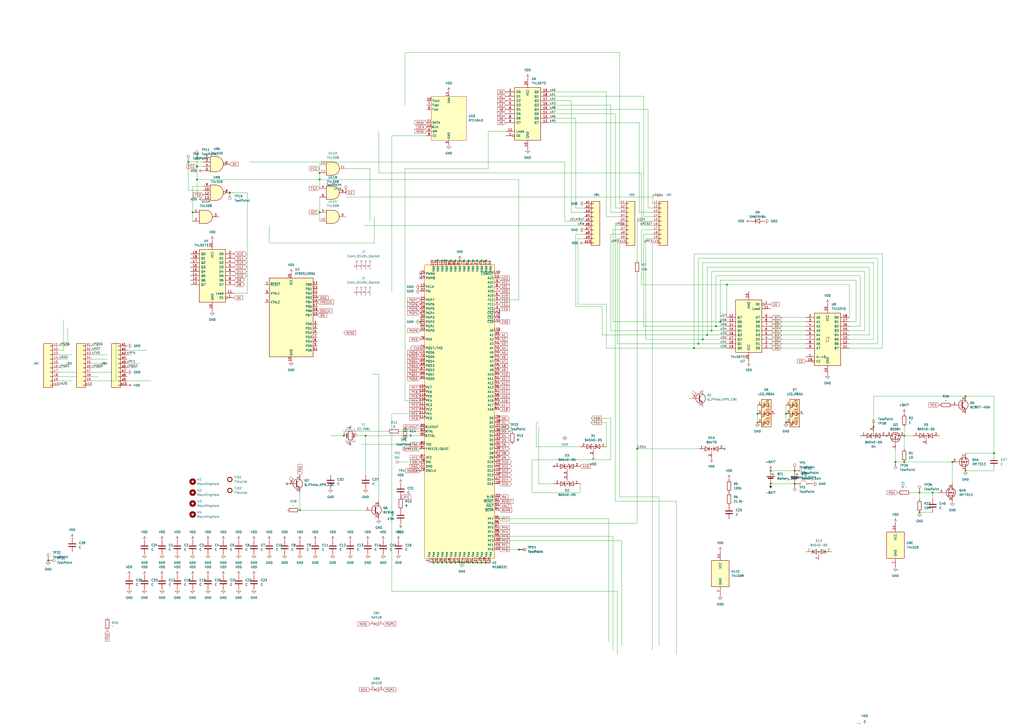
<source format=kicad_sch>
(kicad_sch (version 20250114) (generator "eeschema") (generator_version "9.0")
  (paper "A2")
  (title_block (comment 1 "4520/006801/BN"))
  (junction (at 369.57 260.35))
  (junction (at 412.75 191.77))
  (junction (at 27.94 325.12))
  (junction (at 439.42 245.11))
  (junction (at 256.54 326.39))
  (junction (at 276.86 151.13))
  (junction (at 560.07 273.05))
  (junction (at 415.29 189.23))
  (junction (at 439.42 240.03))
  (junction (at 271.78 151.13))
  (junction (at 514.35 252.73))
  (junction (at 264.16 151.13))
  (junction (at 447.04 273.05))
  (junction (at 261.62 151.13))
  (junction (at 402.59 201.93))
  (junction (at 410.21 194.31))
  (junction (at 109.22 93.98))
  (junction (at 259.08 151.13))
  (junction (at 552.45 267.97))
  (junction (at 269.24 151.13))
  (junction (at 234.95 252.73))
  (junction (at 506.73 247.65))
  (junction (at 405.13 199.39))
  (junction (at 114.3 104.14))
  (junction (at 199.39 252.73))
  (junction (at 407.67 196.85))
  (junction (at 185.42 123.19))
  (junction (at 281.94 326.39))
  (junction (at 254 326.39))
  (junction (at 243.84 186.69))
  (junction (at 251.46 326.39))
  (junction (at 264.16 326.39))
  (junction (at 234.95 250.19))
  (junction (at 256.54 151.13))
  (junction (at 300.99 318.77))
  (junction (at 281.94 151.13))
  (junction (at 266.7 326.39))
  (junction (at 274.32 326.39))
  (junction (at 576.58 262.89))
  (junction (at 421.64 165.1))
  (junction (at 276.86 326.39))
  (junction (at 271.78 326.39))
  (junction (at 533.4 297.18))
  (junction (at 267.97 326.39))
  (junction (at 185.42 104.14))
  (junction (at 524.51 252.73))
  (junction (at 114.3 96.52))
  (junction (at 519.43 267.97))
  (junction (at 279.4 151.13))
  (junction (at 417.83 186.69))
  (junction (at 461.01 280.67))
  (junction (at 455.93 245.11))
  (junction (at 447.04 280.67))
  (junction (at 279.4 326.39))
  (junction (at 461.01 273.05))
  (junction (at 133.35 111.76))
  (junction (at 114.3 91.44))
  (junction (at 560.07 229.87))
  (junction (at 259.08 326.39))
  (junction (at 254 151.13))
  (junction (at 274.32 151.13))
  (junction (at 541.02 285.75))
  (junction (at 533.4 285.75))
  (junction (at 455.93 240.03))
  (junction (at 212.09 252.73))
  (junction (at 111.76 123.19))
  (junction (at 266.7 151.13))
  (junction (at 261.62 326.39))
  (junction (at 269.24 326.39))
  (junction (at 524.51 267.97))
  (junction (at 185.42 100.33))
  (junction (at 173.99 295.91))
  (no_connect (at 203.2 247.65))
  (no_connect (at 420.37 260.35))
  (no_connect (at 243.84 161.29))
  (no_connect (at 289.56 191.77))
  (no_connect (at 243.84 158.75))
  (no_connect (at 289.56 184.15))
  (no_connect (at 289.56 181.61))
  (no_connect (at 203.2 257.81))
  (no_connect (at 166.37 280.67))
  (no_connect (at 321.31 270.51))
  (wire (pts (xy 447.04 189.23) (xy 467.36 189.23)))
  (wire (pts (xy 496.57 162.56) (xy 417.83 162.56)))
  (wire (pts (xy 274.32 326.39) (xy 276.86 326.39)))
  (wire (pts (xy 501.65 191.77) (xy 492.76 191.77)))
  (wire (pts (xy 336.55 259.08) (xy 311.15 259.08)))
  (wire (pts (xy 237.49 260.35) (xy 243.84 260.35)))
  (wire (pts (xy 351.79 245.11) (xy 351.79 259.08)))
  (wire (pts (xy 355.6 133.35) (xy 355.6 186.69)))
  (wire (pts (xy 34.29 213.36) (xy 36.83 213.36)))
  (wire (pts (xy 407.67 196.85) (xy 407.67 152.4)))
  (wire (pts (xy 560.07 262.89) (xy 576.58 262.89)))
  (wire (pts (xy 111.76 107.95) (xy 111.76 123.19)))
  (wire (pts (xy 410.21 154.94) (xy 410.21 194.31)))
  (wire (pts (xy 259.08 326.39) (xy 261.62 326.39)))
  (wire (pts (xy 447.04 184.15) (xy 467.36 184.15)))
  (wire (pts (xy 199.39 250.19) (xy 199.39 252.73)))
  (wire (pts (xy 354.33 242.57) (xy 354.33 266.7)))
  (wire (pts (xy 234.95 232.41) (xy 234.95 97.79)))
  (wire (pts (xy 378.46 135.89) (xy 373.38 135.89)))
  (wire (pts (xy 335.28 176.53) (xy 351.79 176.53)))
  (wire (pts (xy 39.37 190.5) (xy 39.37 200.66)))
  (wire (pts (xy 283.21 76.2) (xy 293.37 76.2)))
  (wire (pts (xy 219.71 76.2) (xy 219.71 100.33)))
  (wire (pts (xy 373.38 55.88) (xy 318.77 55.88)))
  (wire (pts (xy 261.62 151.13) (xy 264.16 151.13)))
  (wire (pts (xy 392.43 290.83) (xy 356.87 290.83)))
  (wire (pts (xy 269.24 326.39) (xy 271.78 326.39)))
  (wire (pts (xy 118.11 113.03) (xy 114.3 113.03)))
  (wire (pts (xy 360.68 313.69) (xy 360.68 374.65)))
  (wire (pts (xy 417.83 162.56) (xy 417.83 186.69)))
  (wire (pts (xy 34.29 200.66) (xy 39.37 200.66)))
  (wire (pts (xy 524.51 247.65) (xy 524.51 252.73)))
  (wire (pts (xy 412.75 157.48) (xy 501.65 157.48)))
  (wire (pts (xy 359.41 125.73) (xy 351.79 125.73)))
  (wire (pts (xy 271.78 151.13) (xy 274.32 151.13)))
  (wire (pts (xy 276.86 326.39) (xy 279.4 326.39)))
  (wire (pts (xy 359.41 135.89) (xy 354.33 135.89)))
  (wire (pts (xy 114.3 113.03) (xy 114.3 104.14)))
  (wire (pts (xy 254 151.13) (xy 256.54 151.13)))
  (wire (pts (xy 308.61 285.75) (xy 336.55 285.75)))
  (wire (pts (xy 234.95 247.65) (xy 234.95 250.19)))
  (wire (pts (xy 415.29 189.23) (xy 421.64 189.23)))
  (wire (pts (xy 359.41 123.19) (xy 354.33 123.19)))
  (wire (pts (xy 234.95 250.19) (xy 243.84 250.19)))
  (wire (pts (xy 331.47 123.19) (xy 331.47 58.42)))
  (wire (pts (xy 335.28 138.43) (xy 335.28 176.53)))
  (wire (pts (xy 370.84 123.19) (xy 378.46 123.19)))
  (wire (pts (xy 279.4 151.13) (xy 281.94 151.13)))
  (wire (pts (xy 300.99 173.99) (xy 300.99 104.14)))
  (wire (pts (xy 53.34 210.82) (xy 59.69 210.82)))
  (wire (pts (xy 349.25 177.8) (xy 349.25 194.31)))
  (wire (pts (xy 264.16 326.39) (xy 266.7 326.39)))
  (wire (pts (xy 369.57 260.35) (xy 369.57 158.75)))
  (wire (pts (xy 53.34 208.28) (xy 62.23 208.28)))
  (wire (pts (xy 234.95 30.48) (xy 359.41 30.48)))
  (wire (pts (xy 109.22 110.49) (xy 109.22 93.98)))
  (wire (pts (xy 405.13 199.39) (xy 421.64 199.39)))
  (wire (pts (xy 339.09 128.27) (xy 327.66 128.27)))
  (wire (pts (xy 369.57 303.53) (xy 369.57 260.35)))
  (wire (pts (xy 318.77 71.12) (xy 370.84 71.12)))
  (wire (pts (xy 212.09 252.73) (xy 212.09 275.59)))
  (wire (pts (xy 118.11 107.95) (xy 111.76 107.95)))
  (wire (pts (xy 392.43 379.73) (xy 392.43 290.83)))
  (wire (pts (xy 58.42 213.36) (xy 53.34 213.36)))
  (wire (pts (xy 447.04 186.69) (xy 467.36 186.69)))
  (wire (pts (xy 378.46 125.73) (xy 373.38 125.73)))
  (wire (pts (xy 506.73 229.87) (xy 506.73 247.65)))
  (wire (pts (xy 349.25 194.31) (xy 410.21 194.31)))
  (wire (pts (xy 552.45 267.97) (xy 552.45 280.67)))
  (wire (pts (xy 224.79 250.19) (xy 199.39 250.19)))
  (wire (pts (xy 576.58 273.05) (xy 560.07 273.05)))
  (wire (pts (xy 207.01 252.73) (xy 212.09 252.73)))
  (wire (pts (xy 339.09 123.19) (xy 331.47 123.19)))
  (wire (pts (xy 219.71 217.17) (xy 219.71 290.83)))
  (wire (pts (xy 36.83 185.42) (xy 36.83 203.2)))
  (wire (pts (xy 234.95 252.73) (xy 243.84 252.73)))
  (wire (pts (xy 354.33 191.77) (xy 412.75 191.77)))
  (wire (pts (xy 354.33 60.96) (xy 354.33 123.19)))
  (wire (pts (xy 283.21 97.79) (xy 283.21 76.2)))
  (wire (pts (xy 351.79 125.73) (xy 351.79 53.34)))
  (wire (pts (xy 227.33 240.03) (xy 227.33 342.9)))
  (wire (pts (xy 504.19 154.94) (xy 410.21 154.94)))
  (wire (pts (xy 271.78 326.39) (xy 274.32 326.39)))
  (wire (pts (xy 334.01 135.89) (xy 334.01 177.8)))
  (wire (pts (xy 506.73 196.85) (xy 492.76 196.85)))
  (wire (pts (xy 374.65 196.85) (xy 407.67 196.85)))
  (wire (pts (xy 351.79 245.11) (xy 342.9 245.11)))
  (wire (pts (xy 214.63 97.79) (xy 214.63 128.27)))
  (wire (pts (xy 266.7 326.39) (xy 267.97 326.39)))
  (wire (pts (xy 519.43 260.35) (xy 519.43 267.97)))
  (wire (pts (xy 217.17 125.73) (xy 217.17 140.97)))
  (wire (pts (xy 53.34 205.74) (xy 62.23 205.74)))
  (wire (pts (xy 36.83 203.2) (xy 34.29 203.2)))
  (wire (pts (xy 321.31 280.67) (xy 312.42 280.67)))
  (wire (pts (xy 243.84 184.15) (xy 243.84 186.69)))
  (wire (pts (xy 135.89 170.18) (xy 143.51 170.18)))
  (wire (pts (xy 156.21 130.81) (xy 156.21 140.97)))
  (wire (pts (xy 421.64 201.93) (xy 402.59 201.93)))
  (wire (pts (xy 53.34 200.66) (xy 57.15 200.66)))
  (wire (pts (xy 259.08 151.13) (xy 261.62 151.13)))
  (wire (pts (xy 234.95 60.96) (xy 234.95 30.48)))
  (wire (pts (xy 576.58 262.89) (xy 576.58 264.16)))
  (wire (pts (xy 378.46 114.3) (xy 378.46 118.11)))
  (wire (pts (xy 41.91 205.74) (xy 34.29 205.74)))
  (wire (pts (xy 256.54 151.13) (xy 259.08 151.13)))
  (wire (pts (xy 118.11 96.52) (xy 114.3 96.52)))
  (wire (pts (xy 243.84 232.41) (xy 234.95 232.41)))
  (wire (pts (xy 185.42 104.14) (xy 185.42 109.22)))
  (wire (pts (xy 356.87 66.04) (xy 318.77 66.04)))
  (wire (pts (xy 109.22 93.98) (xy 118.11 93.98)))
  (wire (pts (xy 356.87 130.81) (xy 356.87 290.83)))
  (wire (pts (xy 300.99 104.14) (xy 185.42 104.14)))
  (wire (pts (xy 311.15 259.08) (xy 311.15 245.11)))
  (wire (pts (xy 492.76 199.39) (xy 509.27 199.39)))
  (wire (pts (xy 499.11 252.73) (xy 514.35 252.73)))
  (wire (pts (xy 407.67 152.4) (xy 506.73 152.4)))
  (wire (pts (xy 232.41 250.19) (xy 234.95 250.19)))
  (wire (pts (xy 541.02 289.56) (xy 541.02 285.75)))
  (wire (pts (xy 417.83 186.69) (xy 421.64 186.69)))
  (wire (pts (xy 264.16 151.13) (xy 266.7 151.13)))
  (wire (pts (xy 53.34 218.44) (xy 57.15 218.44)))
  (wire (pts (xy 73.66 220.98) (xy 87.63 220.98)))
  (wire (pts (xy 447.04 199.39) (xy 467.36 199.39)))
  (wire (pts (xy 251.46 326.39) (xy 254 326.39)))
  (wire (pts (xy 501.65 157.48) (xy 501.65 191.77)))
  (wire (pts (xy 355.6 186.69) (xy 417.83 186.69)))
  (wire (pts (xy 370.84 71.12) (xy 370.84 123.19)))
  (wire (pts (xy 185.42 104.14) (xy 114.3 104.14)))
  (wire (pts (xy 114.3 104.14) (xy 114.3 96.52)))
  (wire (pts (xy 234.95 97.79) (xy 283.21 97.79)))
  (wire (pts (xy 467.36 320.04) (xy 482.6 320.04)))
  (wire (pts (xy 359.41 30.48) (xy 359.41 118.11)))
  (wire (pts (xy 289.56 300.99) (xy 353.06 300.99)))
  (wire (pts (xy 402.59 147.32) (xy 511.81 147.32)))
  (wire (pts (xy 533.4 285.75) (xy 541.02 285.75)))
  (wire (pts (xy 64.77 215.9) (xy 64.77 224.79)))
  (wire (pts (xy 372.11 165.1) (xy 421.64 165.1)))
  (wire (pts (xy 372.11 130.81) (xy 378.46 130.81)))
  (wire (pts (xy 73.66 203.2) (xy 85.09 203.2)))
  (wire (pts (xy 78.74 213.36) (xy 73.66 213.36)))
  (wire (pts (xy 359.41 133.35) (xy 355.6 133.35)))
  (wire (pts (xy 447.04 191.77) (xy 467.36 191.77)))
  (wire (pts (xy 234.95 252.73) (xy 234.95 255.27)))
  (wire (pts (xy 212.09 252.73) (xy 234.95 252.73)))
  (wire (pts (xy 185.42 114.3) (xy 185.42 123.19)))
  (wire (pts (xy 289.56 313.69) (xy 360.68 313.69)))
  (wire (pts (xy 375.92 120.65) (xy 375.92 63.5)))
  (wire (pts (xy 373.38 189.23) (xy 415.29 189.23)))
  (wire (pts (xy 421.64 191.77) (xy 412.75 191.77)))
  (wire (pts (xy 447.04 196.85) (xy 467.36 196.85)))
  (wire (pts (xy 173.99 295.91) (xy 212.09 295.91)))
  (wire (pts (xy 351.79 53.34) (xy 318.77 53.34)))
  (wire (pts (xy 499.11 160.02) (xy 415.29 160.02)))
  (wire (pts (xy 215.9 217.17) (xy 219.71 217.17)))
  (wire (pts (xy 492.76 186.69) (xy 496.57 186.69)))
  (wire (pts (xy 378.46 133.35) (xy 372.11 133.35)))
  (wire (pts (xy 359.41 138.43) (xy 358.14 138.43)))
  (wire (pts (xy 233.68 267.97) (xy 243.84 267.97)))
  (wire (pts (xy 73.66 205.74) (xy 76.2 205.74)))
  (wire (pts (xy 339.09 138.43) (xy 335.28 138.43)))
  (wire (pts (xy 53.34 215.9) (xy 64.77 215.9)))
  (wire (pts (xy 227.33 168.91) (xy 227.33 78.74)))
  (wire (pts (xy 509.27 149.86) (xy 405.13 149.86)))
  (wire (pts (xy 311.15 245.11) (xy 312.42 245.11)))
  (wire (pts (xy 185.42 123.19) (xy 185.42 128.27)))
  (wire (pts (xy 114.3 91.44) (xy 118.11 91.44)))
  (wire (pts (xy 289.56 173.99) (xy 300.99 173.99)))
  (wire (pts (xy 336.55 285.75) (xy 336.55 280.67)))
  (wire (pts (xy 499.11 189.23) (xy 499.11 160.02)))
  (wire (pts (xy 318.77 68.58) (xy 334.01 68.58)))
  (wire (pts (xy 34.29 208.28) (xy 39.37 208.28)))
  (wire (pts (xy 327.66 128.27) (xy 327.66 93.98)))
  (wire (pts (xy 372.11 133.35) (xy 372.11 165.1)))
  (wire (pts (xy 143.51 170.18) (xy 143.51 111.76)))
  (wire (pts (xy 354.33 266.7) (xy 308.61 266.7)))
  (wire (pts (xy 421.64 184.15) (xy 421.64 165.1)))
  (wire (pts (xy 496.57 162.56) (xy 496.57 186.69)))
  (wire (pts (xy 34.29 220.98) (xy 41.91 220.98)))
  (wire (pts (xy 254 326.39) (xy 256.54 326.39)))
  (wire (pts (xy 334.01 120.65) (xy 339.09 120.65)))
  (wire (pts (xy 191.77 252.73) (xy 199.39 252.73)))
  (wire (pts (xy 405.13 149.86) (xy 405.13 199.39)))
  (wire (pts (xy 248.92 326.39) (xy 251.46 326.39)))
  (wire (pts (xy 111.76 123.19) (xy 111.76 128.27)))
  (wire (pts (xy 73.66 210.82) (xy 81.28 210.82)))
  (wire (pts (xy 289.56 318.77) (xy 300.99 318.77)))
  (wire (pts (xy 342.9 242.57) (xy 354.33 242.57)))
  (wire (pts (xy 421.64 196.85) (xy 407.67 196.85)))
  (wire (pts (xy 351.79 176.53) (xy 351.79 201.93)))
  (wire (pts (xy 118.11 110.49) (xy 109.22 110.49)))
  (wire (pts (xy 53.34 203.2) (xy 55.88 203.2)))
  (wire (pts (xy 455.93 240.03) (xy 455.93 245.11)))
  (wire (pts (xy 509.27 199.39) (xy 509.27 149.86)))
  (wire (pts (xy 447.04 194.31) (xy 467.36 194.31)))
  (wire (pts (xy 356.87 120.65) (xy 356.87 66.04)))
  (wire (pts (xy 156.21 140.97) (xy 217.17 140.97)))
  (wire (pts (xy 185.42 100.33) (xy 185.42 104.14)))
  (wire (pts (xy 251.46 151.13) (xy 254 151.13)))
  (wire (pts (xy 524.51 252.73) (xy 524.51 260.35)))
  (wire (pts (xy 455.93 234.95) (xy 455.93 240.03)))
  (wire (pts (xy 200.66 114.3) (xy 378.46 114.3)))
  (wire (pts (xy 356.87 130.81) (xy 359.41 130.81)))
  (wire (pts (xy 421.64 165.1) (xy 492.76 165.1)))
  (wire (pts (xy 334.01 68.58) (xy 334.01 120.65)))
  (wire (pts (xy 227.33 78.74) (xy 247.65 78.74)))
  (wire (pts (xy 331.47 58.42) (xy 318.77 58.42)))
  (wire (pts (xy 359.41 140.97) (xy 359.41 288.29)))
  (wire (pts (xy 173.99 285.75) (xy 173.99 295.91)))
  (wire (pts (xy 276.86 151.13) (xy 279.4 151.13)))
  (wire (pts (xy 34.29 218.44) (xy 44.45 218.44)))
  (wire (pts (xy 200.66 97.79) (xy 214.63 97.79)))
  (wire (pts (xy 243.84 186.69) (xy 243.84 189.23)))
  (wire (pts (xy 290.83 247.65) (xy 289.56 247.65)))
  (wire (pts (xy 439.42 240.03) (xy 439.42 245.11)))
  (wire (pts (xy 266.7 151.13) (xy 269.24 151.13)))
  (wire (pts (xy 369.57 260.35) (xy 405.13 260.35)))
  (wire (pts (xy 378.46 140.97) (xy 378.46 377.19)))
  (wire (pts (xy 402.59 201.93) (xy 402.59 147.32)))
  (wire (pts (xy 504.19 194.31) (xy 504.19 154.94)))
  (wire (pts (xy 410.21 194.31) (xy 421.64 194.31)))
  (wire (pts (xy 289.56 303.53) (xy 369.57 303.53)))
  (wire (pts (xy 267.97 326.39) (xy 269.24 326.39)))
  (wire (pts (xy 524.51 267.97) (xy 552.45 267.97)))
  (wire (pts (xy 576.58 271.78) (xy 576.58 273.05)))
  (wire (pts (xy 327.66 93.98) (xy 144.78 93.98)))
  (wire (pts (xy 143.51 111.76) (xy 133.35 111.76)))
  (wire (pts (xy 274.32 151.13) (xy 276.86 151.13)))
  (wire (pts (xy 358.14 342.9) (xy 358.14 379.73)))
  (wire (pts (xy 369.57 151.13) (xy 369.57 128.27)))
  (wire (pts (xy 511.81 147.32) (xy 511.81 201.93)))
  (wire (pts (xy 308.61 266.7) (xy 308.61 285.75)))
  (wire (pts (xy 439.42 234.95) (xy 439.42 240.03)))
  (wire (pts (xy 378.46 120.65) (xy 375.92 120.65)))
  (wire (pts (xy 243.84 240.03) (xy 227.33 240.03)))
  (wire (pts (xy 412.75 191.77) (xy 412.75 157.48)))
  (wire (pts (xy 374.65 138.43) (xy 374.65 196.85)))
  (wire (pts (xy 355.6 311.15) (xy 355.6 377.19)))
  (wire (pts (xy 281.94 151.13) (xy 284.48 151.13)))
  (wire (pts (xy 358.14 199.39) (xy 405.13 199.39)))
  (wire (pts (xy 541.02 285.75) (xy 544.83 285.75)))
  (wire (pts (xy 447.04 273.05) (xy 461.01 273.05)))
  (wire (pts (xy 576.58 262.89) (xy 576.58 229.87)))
  (wire (pts (xy 209.55 257.81) (xy 243.84 257.81)))
  (wire (pts (xy 447.04 201.93) (xy 467.36 201.93)))
  (wire (pts (xy 269.24 151.13) (xy 271.78 151.13)))
  (wire (pts (xy 447.04 280.67) (xy 461.01 280.67)))
  (wire (pts (xy 334.01 177.8) (xy 349.25 177.8)))
  (wire (pts (xy 281.94 326.39) (xy 284.48 326.39)))
  (wire (pts (xy 261.62 326.39) (xy 264.16 326.39)))
  (wire (pts (xy 378.46 138.43) (xy 374.65 138.43)))
  (wire (pts (xy 369.57 128.27) (xy 378.46 128.27)))
  (wire (pts (xy 185.42 95.25) (xy 185.42 100.33)))
  (wire (pts (xy 519.43 267.97) (xy 524.51 267.97)))
  (wire (pts (xy 576.58 229.87) (xy 560.07 229.87)))
  (wire (pts (xy 533.4 297.18) (xy 541.02 297.18)))
  (wire (pts (xy 359.41 288.29) (xy 382.27 288.29)))
  (wire (pts (xy 34.29 215.9) (xy 44.45 215.9)))
  (wire (pts (xy 318.77 60.96) (xy 354.33 60.96)))
  (wire (pts (xy 506.73 152.4) (xy 506.73 196.85)))
  (wire (pts (xy 492.76 165.1) (xy 492.76 184.15)))
  (wire (pts (xy 289.56 311.15) (xy 355.6 311.15)))
  (wire (pts (xy 533.4 289.56) (xy 533.4 285.75)))
  (wire (pts (xy 373.38 125.73) (xy 373.38 55.88)))
  (wire (pts (xy 210.82 130.81) (xy 339.09 130.81)))
  (wire (pts (xy 279.4 326.39) (xy 281.94 326.39)))
  (wire (pts (xy 358.14 138.43) (xy 358.14 199.39)))
  (wire (pts (xy 312.42 280.67) (xy 312.42 247.65)))
  (wire (pts (xy 511.81 201.93) (xy 492.76 201.93)))
  (wire (pts (xy 358.14 342.9) (xy 227.33 342.9)))
  (wire (pts (xy 492.76 189.23) (xy 499.11 189.23)))
  (wire (pts (xy 353.06 372.11) (xy 353.06 300.99)))
  (wire (pts (xy 372.11 100.33) (xy 372.11 130.81)))
  (wire (pts (xy 289.56 250.19) (xy 297.18 250.19)))
  (wire (pts (xy 415.29 160.02) (xy 415.29 189.23)))
  (wire (pts (xy 375.92 63.5) (xy 318.77 63.5)))
  (wire (pts (xy 560.07 229.87) (xy 506.73 229.87)))
  (wire (pts (xy 339.09 135.89) (xy 334.01 135.89)))
  (wire (pts (xy 114.3 96.52) (xy 114.3 91.44)))
  (wire (pts (xy 382.27 288.29) (xy 382.27 374.65)))
  (wire (pts (xy 256.54 326.39) (xy 259.08 326.39)))
  (wire (pts (xy 528.32 285.75) (xy 533.4 285.75)))
  (wire (pts (xy 359.41 120.65) (xy 356.87 120.65)))
  (wire (pts (xy 492.76 194.31) (xy 504.19 194.31)))
  (wire (pts (xy 373.38 135.89) (xy 373.38 189.23)))
  (wire (pts (xy 351.79 201.93) (xy 402.59 201.93)))
  (wire (pts (xy 219.71 100.33) (xy 372.11 100.33)))
  (wire (pts (xy 67.31 198.12) (xy 67.31 220.98)))
  (wire (pts (xy 529.59 252.73) (xy 524.51 252.73)))
  (wire (pts (xy 354.33 135.89) (xy 354.33 191.77)))
  (wire (pts (xy 67.31 220.98) (xy 53.34 220.98)))
  (label "cD6" (at 421.64 186.69 180))
  (label "cD14" (at 488.95 443.23 180))
  (label "cD4" (at 421.64 191.77 180))
  (label "cA5" (at 318.77 71.12 0))
  (label "cA0" (at 318.77 53.34 0))
  (label "cD5" (at 421.64 189.23 180))
  (label "cD7" (at 421.64 184.15 180))
  (label "cD11" (at 488.95 435.61 180))
  (label "cTXD" (at 53.34 205.74 0))
  (label "12Vin" (at 369.57 260.35 0))
  (label "cD0" (at 421.64 201.93 180))
  (label "cD12" (at 488.95 438.15 180))
  (label "cA20" (at 34.29 223.52 0))
  (label "cCLKOUT" (at 339.09 128.27 180))
  (label "cPF3" (at 378.46 140.97 180))
  (label "cD2" (at 421.64 196.85 180))
  (label "cA6" (at 318.77 68.58 0))
  (label "cPF1" (at 73.66 210.82 0))
  (label "cPQS6" (at 34.29 200.66 0))
  (label "cRW" (at 339.09 130.81 180))
  (label "cPQS4" (at 378.46 114.3 0))
  (label "c12V" (at 369.57 128.27 0))
  (label "cPF5" (at 73.66 205.74 0))
  (label "cA3" (at 318.77 60.96 0))
  (label "cPF2" (at 359.41 140.97 180))
  (label "cPQS2" (at 73.66 213.36 0))
  (label "cD8" (at 488.95 427.99 180))
  (label "cRESET" (at 378.46 130.81 180))
  (label "cA8" (at 318.77 63.5 0))
  (label "cA7" (at 318.77 66.04 0))
  (label "cD13" (at 488.95 440.69 180))
  (label "cA22" (at 53.34 203.2 0))
  (label "cPQS5" (at 53.34 200.66 0))
  (label "cD9" (at 488.95 430.53 180))
  (label "cA1" (at 318.77 55.88 0))
  (label "cA2" (at 318.77 58.42 0))
  (label "cRXD" (at 34.29 208.28 0))
  (label "cPQS0" (at 53.34 213.36 0))
  (label "cD1" (at 421.64 199.39 180))
  (label "cD3" (at 421.64 194.31 180))
  (label "cD10" (at 488.95 433.07 180))
  (label "cD15" (at 488.95 445.77 180))
  (label "cPQS1" (at 34.29 213.36 0))
  (label "cPE1" (at 356.87 130.81 0))
  (global_label "D6" (shape bidirectional) (at 414.02 510.54 0) (property "Intersheetrefs" "${INTERSHEET_REFS}" (effects (hide yes))))
  (global_label "D14" (shape bidirectional) (at 414.02 447.04 0) (property "Intersheetrefs" "${INTERSHEET_REFS}" (effects (hide yes))))
  (global_label "MOSI" (shape input) (at 247.65 71.12 180) (property "Intersheetrefs" "${INTERSHEET_REFS}" (effects (hide yes))))
  (global_label "PGP4" (shape input) (at 243.84 181.61 180) (property "Intersheetrefs" "${INTERSHEET_REFS}" (effects (hide yes))))
  (global_label "A11" (shape input) (at 289.56 219.71 0) (property "Intersheetrefs" "${INTERSHEET_REFS}" (effects (hide yes))))
  (global_label "OE" (shape input) (at 447.04 176.53 0) (property "Intersheetrefs" "${INTERSHEET_REFS}" (effects (hide yes))))
  (global_label "FC2" (shape input) (at 289.56 173.99 0) (property "Intersheetrefs" "${INTERSHEET_REFS}" (effects (hide yes))))
  (global_label "A7" (shape input) (at 388.62 510.54 180) (property "Intersheetrefs" "${INTERSHEET_REFS}" (effects (hide yes))))
  (global_label "A5" (shape input) (at 388.62 441.96 180) (property "Intersheetrefs" "${INTERSHEET_REFS}" (effects (hide yes))))
  (global_label "D11" (shape bidirectional) (at 135.89 157.48 0) (property "Intersheetrefs" "${INTERSHEET_REFS}" (effects (hide yes))))
  (global_label "A21" (shape input) (at 289.56 166.37 0) (property "Intersheetrefs" "${INTERSHEET_REFS}" (effects (hide yes))))
  (global_label "D14" (shape bidirectional) (at 368.3 447.04 0) (property "Intersheetrefs" "${INTERSHEET_REFS}" (effects (hide yes))))
  (global_label "A8" (shape input) (at 388.62 449.58 180) (property "Intersheetrefs" "${INTERSHEET_REFS}" (effects (hide yes))))
  (global_label "FC1" (shape input) (at 342.9 245.11 0) (property "Intersheetrefs" "${INTERSHEET_REFS}" (effects (hide yes))))
  (global_label "A2" (shape input) (at 293.37 58.42 180) (property "Intersheetrefs" "${INTERSHEET_REFS}" (effects (hide yes))))
  (global_label "DSO" (shape input) (at 184.15 172.72 0) (property "Intersheetrefs" "${INTERSHEET_REFS}" (effects (hide yes))))
  (global_label "A8" (shape input) (at 293.37 63.5 180) (property "Intersheetrefs" "${INTERSHEET_REFS}" (effects (hide yes))))
  (global_label "SCK" (shape input) (at 247.65 73.66 180) (property "Intersheetrefs" "${INTERSHEET_REFS}" (effects (hide yes))))
  (global_label "A10" (shape input) (at 388.62 454.66 180) (property "Intersheetrefs" "${INTERSHEET_REFS}" (effects (hide yes))))
  (global_label "A1" (shape input) (at 388.62 495.3 180) (property "Intersheetrefs" "${INTERSHEET_REFS}" (effects (hide yes))))
  (global_label "PQS1" (shape input) (at 243.84 217.17 180) (property "Intersheetrefs" "${INTERSHEET_REFS}" (effects (hide yes))))
  (global_label "FC2" (shape input) (at 185.42 97.79 180) (property "Intersheetrefs" "${INTERSHEET_REFS}" (effects (hide yes))))
  (global_label "A16" (shape input) (at 459.74 530.86 180) (property "Intersheetrefs" "${INTERSHEET_REFS}" (effects (hide yes))))
  (global_label "A12" (shape input) (at 388.62 523.24 180) (property "Intersheetrefs" "${INTERSHEET_REFS}" (effects (hide yes))))
  (global_label "PE0" (shape input) (at 243.84 242.57 180) (property "Intersheetrefs" "${INTERSHEET_REFS}" (effects (hide yes))))
  (global_label "D2" (shape bidirectional) (at 453.39 196.85 180) (property "Intersheetrefs" "${INTERSHEET_REFS}" (effects (hide yes))))
  (global_label "A2" (shape input) (at 388.62 497.84 180) (property "Intersheetrefs" "${INTERSHEET_REFS}" (effects (hide yes))))
  (global_label "D4" (shape bidirectional) (at 368.3 505.46 0) (property "Intersheetrefs" "${INTERSHEET_REFS}" (effects (hide yes))))
  (global_label "PQS6" (shape input) (at 243.84 204.47 180) (property "Intersheetrefs" "${INTERSHEET_REFS}" (effects (hide yes))))
  (global_label "D6" (shape bidirectional) (at 368.3 510.54 0) (property "Intersheetrefs" "${INTERSHEET_REFS}" (effects (hide yes))))
  (global_label "A8" (shape input) (at 388.62 513.08 180) (property "Intersheetrefs" "${INTERSHEET_REFS}" (effects (hide yes))))
  (global_label "PF4" (shape input) (at 289.56 308.61 0) (property "Intersheetrefs" "${INTERSHEET_REFS}" (effects (hide yes))))
  (global_label "A12" (shape input) (at 342.9 523.24 180) (property "Intersheetrefs" "${INTERSHEET_REFS}" (effects (hide yes))))
  (global_label "A21" (shape input) (at 185.42 123.19 180) (property "Intersheetrefs" "${INTERSHEET_REFS}" (effects (hide yes))))
  (global_label "A4" (shape input) (at 289.56 201.93 0) (property "Intersheetrefs" "${INTERSHEET_REFS}" (effects (hide yes))))
  (global_label "A16" (shape input) (at 342.9 469.9 180) (property "Intersheetrefs" "${INTERSHEET_REFS}" (effects (hide yes))))
  (global_label "MOSI" (shape input) (at 214.63 361.95 180) (property "Intersheetrefs" "${INTERSHEET_REFS}" (effects (hide yes))))
  (global_label "A1" (shape input) (at 342.9 431.8 180) (property "Intersheetrefs" "${INTERSHEET_REFS}" (effects (hide yes))))
  (global_label "D14" (shape bidirectional) (at 289.56 278.13 0) (property "Intersheetrefs" "${INTERSHEET_REFS}" (effects (hide yes))))
  (global_label "A16" (shape input) (at 388.62 533.4 180) (property "Intersheetrefs" "${INTERSHEET_REFS}" (effects (hide yes))))
  (global_label "A12" (shape input) (at 459.74 520.7 180) (property "Intersheetrefs" "${INTERSHEET_REFS}" (effects (hide yes))))
  (global_label "A22" (shape input) (at 289.56 163.83 0) (property "Intersheetrefs" "${INTERSHEET_REFS}" (effects (hide yes))))
  (global_label "D15" (shape bidirectional) (at 414.02 449.58 0) (property "Intersheetrefs" "${INTERSHEET_REFS}" (effects (hide yes))))
  (global_label "A15" (shape input) (at 388.62 467.36 180) (property "Intersheetrefs" "${INTERSHEET_REFS}" (effects (hide yes))))
  (global_label "A13" (shape input) (at 388.62 462.28 180) (property "Intersheetrefs" "${INTERSHEET_REFS}" (effects (hide yes))))
  (global_label "A16" (shape input) (at 289.56 232.41 0) (property "Intersheetrefs" "${INTERSHEET_REFS}" (effects (hide yes))))
  (global_label "RESET" (shape input) (at 289.56 290.83 0) (property "Intersheetrefs" "${INTERSHEET_REFS}" (effects (hide yes))))
  (global_label "D5" (shape bidirectional) (at 414.02 508 0) (property "Intersheetrefs" "${INTERSHEET_REFS}" (effects (hide yes))))
  (global_label "PF2" (shape input) (at 289.56 313.69 0) (property "Intersheetrefs" "${INTERSHEET_REFS}" (effects (hide yes))))
  (global_label "A2" (shape input) (at 388.62 434.34 180) (property "Intersheetrefs" "${INTERSHEET_REFS}" (effects (hide yes))))
  (global_label "D0" (shape bidirectional) (at 453.39 201.93 180) (property "Intersheetrefs" "${INTERSHEET_REFS}" (effects (hide yes))))
  (global_label "A12" (shape input) (at 342.9 459.74 180) (property "Intersheetrefs" "${INTERSHEET_REFS}" (effects (hide yes))))
  (global_label "D9" (shape bidirectional) (at 289.56 265.43 0) (property "Intersheetrefs" "${INTERSHEET_REFS}" (effects (hide yes))))
  (global_label "D4" (shape bidirectional) (at 289.56 252.73 0) (property "Intersheetrefs" "${INTERSHEET_REFS}" (effects (hide yes))))
  (global_label "PE2" (shape input) (at 243.84 237.49 180) (property "Intersheetrefs" "${INTERSHEET_REFS}" (effects (hide yes))))
  (global_label "A15" (shape input) (at 388.62 530.86 180) (property "Intersheetrefs" "${INTERSHEET_REFS}" (effects (hide yes))))
  (global_label "FC1" (shape input) (at 289.56 176.53 0) (property "Intersheetrefs" "${INTERSHEET_REFS}" (effects (hide yes))))
  (global_label "A10" (shape input) (at 388.62 518.16 180) (property "Intersheetrefs" "${INTERSHEET_REFS}" (effects (hide yes))))
  (global_label "D6" (shape bidirectional) (at 453.39 186.69 180) (property "Intersheetrefs" "${INTERSHEET_REFS}" (effects (hide yes))))
  (global_label "A15" (shape input) (at 459.74 528.32 180) (property "Intersheetrefs" "${INTERSHEET_REFS}" (effects (hide yes))))
  (global_label "A3" (shape input) (at 388.62 500.38 180) (property "Intersheetrefs" "${INTERSHEET_REFS}" (effects (hide yes))))
  (global_label "A8" (shape input) (at 342.9 449.58 180) (property "Intersheetrefs" "${INTERSHEET_REFS}" (effects (hide yes))))
  (global_label "A20" (shape input) (at 289.56 168.91 0) (property "Intersheetrefs" "${INTERSHEET_REFS}" (effects (hide yes))))
  (global_label "A7" (shape input) (at 289.56 209.55 0) (property "Intersheetrefs" "${INTERSHEET_REFS}" (effects (hide yes))))
  (global_label "A10" (shape input) (at 342.9 454.66 180) (property "Intersheetrefs" "${INTERSHEET_REFS}" (effects (hide yes))))
  (global_label "D7" (shape bidirectional) (at 453.39 184.15 180) (property "Intersheetrefs" "${INTERSHEET_REFS}" (effects (hide yes))))
  (global_label "D7" (shape bidirectional) (at 368.3 513.08 0) (property "Intersheetrefs" "${INTERSHEET_REFS}" (effects (hide yes))))
  (global_label "A3" (shape input) (at 289.56 199.39 0) (property "Intersheetrefs" "${INTERSHEET_REFS}" (effects (hide yes))))
  (global_label "A9" (shape input) (at 342.9 452.12 180) (property "Intersheetrefs" "${INTERSHEET_REFS}" (effects (hide yes))))
  (global_label "A5" (shape input) (at 388.62 505.46 180) (property "Intersheetrefs" "${INTERSHEET_REFS}" (effects (hide yes))))
  (global_label "PGP6" (shape input) (at 243.84 176.53 180) (property "Intersheetrefs" "${INTERSHEET_REFS}" (effects (hide yes))))
  (global_label "CLKOUT" (shape input) (at 243.84 247.65 180) (property "Intersheetrefs" "${INTERSHEET_REFS}" (effects (hide yes))))
  (global_label "D5" (shape bidirectional) (at 368.3 508 0) (property "Intersheetrefs" "${INTERSHEET_REFS}" (effects (hide yes))))
  (global_label "A6" (shape input) (at 342.9 444.5 180) (property "Intersheetrefs" "${INTERSHEET_REFS}" (effects (hide yes))))
  (global_label "FC0" (shape input) (at 342.9 242.57 0) (property "Intersheetrefs" "${INTERSHEET_REFS}" (effects (hide yes))))
  (global_label "PGP0" (shape input) (at 243.84 191.77 180) (property "Intersheetrefs" "${INTERSHEET_REFS}" (effects (hide yes))))
  (global_label "PE5" (shape input) (at 243.84 229.87 180) (property "Intersheetrefs" "${INTERSHEET_REFS}" (effects (hide yes))))
  (global_label "A4" (shape input) (at 342.9 439.42 180) (property "Intersheetrefs" "${INTERSHEET_REFS}" (effects (hide yes))))
  (global_label "D9" (shape bidirectional) (at 514.35 430.53 0) (property "Intersheetrefs" "${INTERSHEET_REFS}" (effects (hide yes))))
  (global_label "PQS2" (shape input) (at 243.84 214.63 180) (property "Intersheetrefs" "${INTERSHEET_REFS}" (effects (hide yes))))
  (global_label "D10" (shape bidirectional) (at 289.56 267.97 0) (property "Intersheetrefs" "${INTERSHEET_REFS}" (effects (hide yes))))
  (global_label "FC2" (shape input) (at 114.3 96.52 180) (property "Intersheetrefs" "${INTERSHEET_REFS}" (effects (hide yes))))
  (global_label "XFC" (shape input) (at 232.41 288.29 0) (property "Intersheetrefs" "${INTERSHEET_REFS}" (effects (hide yes))))
  (global_label "A6" (shape input) (at 342.9 508 180) (property "Intersheetrefs" "${INTERSHEET_REFS}" (effects (hide yes))))
  (global_label "PF0" (shape input) (at 289.56 318.77 0) (property "Intersheetrefs" "${INTERSHEET_REFS}" (effects (hide yes))))
  (global_label "D13" (shape bidirectional) (at 514.35 440.69 0) (property "Intersheetrefs" "${INTERSHEET_REFS}" (effects (hide yes))))
  (global_label "SCK" (shape input) (at 214.63 400.05 180) (property "Intersheetrefs" "${INTERSHEET_REFS}" (effects (hide yes))))
  (global_label "A2" (shape input) (at 342.9 434.34 180) (property "Intersheetrefs" "${INTERSHEET_REFS}" (effects (hide yes))))
  (global_label "A14" (shape input) (at 459.74 525.78 180) (property "Intersheetrefs" "${INTERSHEET_REFS}" (effects (hide yes))))
  (global_label "D13" (shape bidirectional) (at 289.56 275.59 0) (property "Intersheetrefs" "${INTERSHEET_REFS}" (effects (hide yes))))
  (global_label "A11" (shape input) (at 388.62 520.7 180) (property "Intersheetrefs" "${INTERSHEET_REFS}" (effects (hide yes))))
  (global_label "A17" (shape input) (at 342.9 472.44 180) (property "Intersheetrefs" "${INTERSHEET_REFS}" (effects (hide yes))))
  (global_label "FC2" (shape input) (at 118.11 113.03 180) (property "Intersheetrefs" "${INTERSHEET_REFS}" (effects (hide yes))))
  (global_label "A5" (shape input) (at 342.9 505.46 180) (property "Intersheetrefs" "${INTERSHEET_REFS}" (effects (hide yes))))
  (global_label "A1" (shape input) (at 293.37 55.88 180) (property "Intersheetrefs" "${INTERSHEET_REFS}" (effects (hide yes))))
  (global_label "A8" (shape input) (at 289.56 212.09 0) (property "Intersheetrefs" "${INTERSHEET_REFS}" (effects (hide yes))))
  (global_label "PD5" (shape input) (at 173.99 275.59 90) (property "Intersheetrefs" "${INTERSHEET_REFS}" (effects (hide yes))))
  (global_label "A7" (shape input) (at 388.62 447.04 180) (property "Intersheetrefs" "${INTERSHEET_REFS}" (effects (hide yes))))
  (global_label "D15" (shape bidirectional) (at 135.89 147.32 0) (property "Intersheetrefs" "${INTERSHEET_REFS}" (effects (hide yes))))
  (global_label "OE" (shape input) (at 133.35 95.25 0) (property "Intersheetrefs" "${INTERSHEET_REFS}" (effects (hide yes))))
  (global_label "PF3" (shape input) (at 289.56 311.15 0) (property "Intersheetrefs" "${INTERSHEET_REFS}" (effects (hide yes))))
  (global_label "DSCLK" (shape input) (at 184.15 180.34 0) (property "Intersheetrefs" "${INTERSHEET_REFS}" (effects (hide yes))))
  (global_label "D13" (shape bidirectional) (at 414.02 444.5 0) (property "Intersheetrefs" "${INTERSHEET_REFS}" (effects (hide yes))))
  (global_label "A14" (shape input) (at 388.62 528.32 180) (property "Intersheetrefs" "${INTERSHEET_REFS}" (effects (hide yes))))
  (global_label "A11" (shape input) (at 388.62 457.2 180) (property "Intersheetrefs" "${INTERSHEET_REFS}" (effects (hide yes))))
  (global_label "D14" (shape bidirectional) (at 135.89 149.86 0) (property "Intersheetrefs" "${INTERSHEET_REFS}" (effects (hide yes))))
  (global_label "D6" (shape bidirectional) (at 289.56 257.81 0) (property "Intersheetrefs" "${INTERSHEET_REFS}" (effects (hide yes))))
  (global_label "MOSI" (shape input) (at 247.65 76.2 180) (property "Intersheetrefs" "${INTERSHEET_REFS}" (effects (hide yes))))
  (global_label "A5" (shape input) (at 289.56 204.47 0) (property "Intersheetrefs" "${INTERSHEET_REFS}" (effects (hide yes))))
  (global_label "PE1" (shape input) (at 243.84 240.03 180) (property "Intersheetrefs" "${INTERSHEET_REFS}" (effects (hide yes))))
  (global_label "D10" (shape bidirectional) (at 135.89 160.02 0) (property "Intersheetrefs" "${INTERSHEET_REFS}" (effects (hide yes))))
  (global_label "A2" (shape input) (at 342.9 497.84 180) (property "Intersheetrefs" "${INTERSHEET_REFS}" (effects (hide yes))))
  (global_label "D0" (shape bidirectional) (at 414.02 495.3 0) (property "Intersheetrefs" "${INTERSHEET_REFS}" (effects (hide yes))))
  (global_label "A7" (shape input) (at 342.9 510.54 180) (property "Intersheetrefs" "${INTERSHEET_REFS}" (effects (hide yes))))
  (global_label "A1" (shape input) (at 289.56 194.31 0) (property "Intersheetrefs" "${INTERSHEET_REFS}" (effects (hide yes))))
  (global_label "CE" (shape input) (at 467.36 209.55 180) (property "Intersheetrefs" "${INTERSHEET_REFS}" (effects (hide yes))))
  (global_label "D10" (shape bidirectional) (at 414.02 436.88 0) (property "Intersheetrefs" "${INTERSHEET_REFS}" (effects (hide yes))))
  (global_label "D9" (shape bidirectional) (at 135.89 162.56 0) (property "Intersheetrefs" "${INTERSHEET_REFS}" (effects (hide yes))))
  (global_label "A19" (shape input) (at 289.56 171.45 0) (property "Intersheetrefs" "${INTERSHEET_REFS}" (effects (hide yes))))
  (global_label "PQS4" (shape input) (at 243.84 209.55 180) (property "Intersheetrefs" "${INTERSHEET_REFS}" (effects (hide yes))))
  (global_label "A10" (shape input) (at 342.9 518.16 180) (property "Intersheetrefs" "${INTERSHEET_REFS}" (effects (hide yes))))
  (global_label "A13" (shape input) (at 342.9 525.78 180) (property "Intersheetrefs" "${INTERSHEET_REFS}" (effects (hide yes))))
  (global_label "D13" (shape bidirectional) (at 135.89 152.4 0) (property "Intersheetrefs" "${INTERSHEET_REFS}" (effects (hide yes))))
  (global_label "PF7" (shape input) (at 289.56 300.99 0) (property "Intersheetrefs" "${INTERSHEET_REFS}" (effects (hide yes))))
  (global_label "D0" (shape bidirectional) (at 289.56 242.57 0) (property "Intersheetrefs" "${INTERSHEET_REFS}" (effects (hide yes))))
  (global_label "PGP5" (shape input) (at 222.25 361.95 0) (property "Intersheetrefs" "${INTERSHEET_REFS}" (effects (hide yes))))
  (global_label "TSC" (shape input) (at 243.84 257.81 180) (property "Intersheetrefs" "${INTERSHEET_REFS}" (effects (hide yes))))
  (global_label "A1" (shape input) (at 388.62 431.8 180) (property "Intersheetrefs" "${INTERSHEET_REFS}" (effects (hide yes))))
  (global_label "D4" (shape bidirectional) (at 453.39 191.77 180) (property "Intersheetrefs" "${INTERSHEET_REFS}" (effects (hide yes))))
  (global_label "FC2" (shape input) (at 185.42 109.22 180) (property "Intersheetrefs" "${INTERSHEET_REFS}" (effects (hide yes))))
  (global_label "A3" (shape input) (at 388.62 436.88 180) (property "Intersheetrefs" "${INTERSHEET_REFS}" (effects (hide yes))))
  (global_label "D8" (shape bidirectional) (at 368.3 431.8 0) (property "Intersheetrefs" "${INTERSHEET_REFS}" (effects (hide yes))))
  (global_label "PD4" (shape input) (at 520.7 285.75 180) (property "Intersheetrefs" "${INTERSHEET_REFS}" (effects (hide yes))))
  (global_label "A13" (shape input) (at 289.56 224.79 0) (property "Intersheetrefs" "${INTERSHEET_REFS}" (effects (hide yes))))
  (global_label "XFC" (shape input) (at 243.84 265.43 180) (property "Intersheetrefs" "${INTERSHEET_REFS}" (effects (hide yes))))
  (global_label "D11" (shape bidirectional) (at 368.3 439.42 0) (property "Intersheetrefs" "${INTERSHEET_REFS}" (effects (hide yes))))
  (global_label "A11" (shape input) (at 342.9 457.2 180) (property "Intersheetrefs" "${INTERSHEET_REFS}" (effects (hide yes))))
  (global_label "D15" (shape bidirectional) (at 514.35 445.77 0) (property "Intersheetrefs" "${INTERSHEET_REFS}" (effects (hide yes))))
  (global_label "D12" (shape bidirectional) (at 289.56 273.05 0) (property "Intersheetrefs" "${INTERSHEET_REFS}" (effects (hide yes))))
  (global_label "A15" (shape input) (at 289.56 229.87 0) (property "Intersheetrefs" "${INTERSHEET_REFS}" (effects (hide yes))))
  (global_label "A6" (shape input) (at 293.37 68.58 180) (property "Intersheetrefs" "${INTERSHEET_REFS}" (effects (hide yes))))
  (global_label "A4" (shape input) (at 388.62 439.42 180) (property "Intersheetrefs" "${INTERSHEET_REFS}" (effects (hide yes))))
  (global_label "D5" (shape bidirectional) (at 289.56 255.27 0) (property "Intersheetrefs" "${INTERSHEET_REFS}" (effects (hide yes))))
  (global_label "PE3" (shape input) (at 243.84 234.95 180) (property "Intersheetrefs" "${INTERSHEET_REFS}" (effects (hide yes))))
  (global_label "DSO" (shape input) (at 243.84 270.51 180) (property "Intersheetrefs" "${INTERSHEET_REFS}" (effects (hide yes))))
  (global_label "PGP4" (shape input) (at 222.25 400.05 0) (property "Intersheetrefs" "${INTERSHEET_REFS}" (effects (hide yes))))
  (global_label "A7" (shape input) (at 293.37 66.04 180) (property "Intersheetrefs" "${INTERSHEET_REFS}" (effects (hide yes))))
  (global_label "A4" (shape input) (at 388.62 502.92 180) (property "Intersheetrefs" "${INTERSHEET_REFS}" (effects (hide yes))))
  (global_label "A19" (shape input) (at 336.55 270.51 0) (property "Intersheetrefs" "${INTERSHEET_REFS}" (effects (hide yes))))
  (global_label "CE" (shape input) (at 514.35 453.39 0) (property "Intersheetrefs" "${INTERSHEET_REFS}" (effects (hide yes))))
  (global_label "D3" (shape bidirectional) (at 453.39 194.31 180) (property "Intersheetrefs" "${INTERSHEET_REFS}" (effects (hide yes))))
  (global_label "A14" (shape input) (at 388.62 464.82 180) (property "Intersheetrefs" "${INTERSHEET_REFS}" (effects (hide yes))))
  (global_label "D0" (shape bidirectional) (at 368.3 495.3 0) (property "Intersheetrefs" "${INTERSHEET_REFS}" (effects (hide yes))))
  (global_label "D11" (shape bidirectional) (at 289.56 270.51 0) (property "Intersheetrefs" "${INTERSHEET_REFS}" (effects (hide yes))))
  (global_label "TXD" (shape output) (at 243.84 201.93 180) (property "Intersheetrefs" "${INTERSHEET_REFS}" (effects (hide yes))))
  (global_label "D12" (shape bidirectional) (at 368.3 441.96 0) (property "Intersheetrefs" "${INTERSHEET_REFS}" (effects (hide yes))))
  (global_label "D1" (shape bidirectional) (at 414.02 497.84 0) (property "Intersheetrefs" "${INTERSHEET_REFS}" (effects (hide yes))))
  (global_label "D3" (shape bidirectional) (at 368.3 502.92 0) (property "Intersheetrefs" "${INTERSHEET_REFS}" (effects (hide yes))))
  (global_label "A17" (shape input) (at 388.62 472.44 180) (property "Intersheetrefs" "${INTERSHEET_REFS}" (effects (hide yes))))
  (global_label "D11" (shape bidirectional) (at 514.35 435.61 0) (property "Intersheetrefs" "${INTERSHEET_REFS}" (effects (hide yes))))
  (global_label "D15" (shape bidirectional) (at 368.3 449.58 0) (property "Intersheetrefs" "${INTERSHEET_REFS}" (effects (hide yes))))
  (global_label "A23" (shape input) (at 289.56 161.29 0) (property "Intersheetrefs" "${INTERSHEET_REFS}" (effects (hide yes))))
  (global_label "D8" (shape bidirectional) (at 135.89 165.1 0) (property "Intersheetrefs" "${INTERSHEET_REFS}" (effects (hide yes))))
  (global_label "A12" (shape input) (at 388.62 459.74 180) (property "Intersheetrefs" "${INTERSHEET_REFS}" (effects (hide yes))))
  (global_label "A11" (shape input) (at 459.74 518.16 180) (property "Intersheetrefs" "${INTERSHEET_REFS}" (effects (hide yes))))
  (global_label "A13" (shape input) (at 342.9 462.28 180) (property "Intersheetrefs" "${INTERSHEET_REFS}" (effects (hide yes))))
  (global_label "PD2" (shape input) (at 62.23 365.76 270) (property "Intersheetrefs" "${INTERSHEET_REFS}" (effects (hide yes))))
  (global_label "D4" (shape bidirectional) (at 414.02 505.46 0) (property "Intersheetrefs" "${INTERSHEET_REFS}" (effects (hide yes))))
  (global_label "D8" (shape bidirectional) (at 514.35 427.99 0) (property "Intersheetrefs" "${INTERSHEET_REFS}" (effects (hide yes))))
  (global_label "A15" (shape input) (at 342.9 530.86 180) (property "Intersheetrefs" "${INTERSHEET_REFS}" (effects (hide yes))))
  (global_label "A3" (shape input) (at 342.9 500.38 180) (property "Intersheetrefs" "${INTERSHEET_REFS}" (effects (hide yes))))
  (global_label "D3" (shape bidirectional) (at 414.02 502.92 0) (property "Intersheetrefs" "${INTERSHEET_REFS}" (effects (hide yes))))
  (global_label "D2" (shape bidirectional) (at 368.3 500.38 0) (property "Intersheetrefs" "${INTERSHEET_REFS}" (effects (hide yes))))
  (global_label "PE4" (shape input) (at 243.84 232.41 180) (property "Intersheetrefs" "${INTERSHEET_REFS}" (effects (hide yes))))
  (global_label "A5" (shape input) (at 342.9 441.96 180) (property "Intersheetrefs" "${INTERSHEET_REFS}" (effects (hide yes))))
  (global_label "D13" (shape bidirectional) (at 368.3 444.5 0) (property "Intersheetrefs" "${INTERSHEET_REFS}" (effects (hide yes))))
  (global_label "D8" (shape bidirectional) (at 289.56 262.89 0) (property "Intersheetrefs" "${INTERSHEET_REFS}" (effects (hide yes))))
  (global_label "PE6" (shape input) (at 243.84 227.33 180) (property "Intersheetrefs" "${INTERSHEET_REFS}" (effects (hide yes))))
  (global_label "A10" (shape input) (at 289.56 217.17 0) (property "Intersheetrefs" "${INTERSHEET_REFS}" (effects (hide yes))))
  (global_label "D9" (shape bidirectional) (at 368.3 434.34 0) (property "Intersheetrefs" "${INTERSHEET_REFS}" (effects (hide yes))))
  (global_label "A16" (shape input) (at 388.62 469.9 180) (property "Intersheetrefs" "${INTERSHEET_REFS}" (effects (hide yes))))
  (global_label "D5" (shape bidirectional) (at 453.39 189.23 180) (property "Intersheetrefs" "${INTERSHEET_REFS}" (effects (hide yes))))
  (global_label "A19" (shape input) (at 459.74 538.48 180) (property "Intersheetrefs" "${INTERSHEET_REFS}" (effects (hide yes))))
  (global_label "DSCLK" (shape input) (at 243.84 273.05 180) (property "Intersheetrefs" "${INTERSHEET_REFS}" (effects (hide yes))))
  (global_label "PQS0" (shape input) (at 243.84 219.71 180) (property "Intersheetrefs" "${INTERSHEET_REFS}" (effects (hide yes))))
  (global_label "A5" (shape input) (at 293.37 71.12 180) (property "Intersheetrefs" "${INTERSHEET_REFS}" (effects (hide yes))))
  (global_label "A17" (shape input) (at 289.56 234.95 0) (property "Intersheetrefs" "${INTERSHEET_REFS}" (effects (hide yes))))
  (global_label "D3" (shape bidirectional) (at 289.56 250.19 0) (property "Intersheetrefs" "${INTERSHEET_REFS}" (effects (hide yes))))
  (global_label "A6" (shape input) (at 388.62 508 180) (property "Intersheetrefs" "${INTERSHEET_REFS}" (effects (hide yes))))
  (global_label "D7" (shape bidirectional) (at 289.56 260.35 0) (property "Intersheetrefs" "${INTERSHEET_REFS}" (effects (hide yes))))
  (global_label "CE" (shape input) (at 200.66 111.76 0) (property "Intersheetrefs" "${INTERSHEET_REFS}" (effects (hide yes))))
  (global_label "PGP7" (shape input) (at 243.84 173.99 180) (property "Intersheetrefs" "${INTERSHEET_REFS}" (effects (hide yes))))
  (global_label "MISO" (shape input) (at 199.39 193.04 0) (property "Intersheetrefs" "${INTERSHEET_REFS}" (effects (hide yes))))
  (global_label "A14" (shape input) (at 289.56 227.33 0) (property "Intersheetrefs" "${INTERSHEET_REFS}" (effects (hide yes))))
  (global_label "A4" (shape input) (at 342.9 502.92 180) (property "Intersheetrefs" "${INTERSHEET_REFS}" (effects (hide yes))))
  (global_label "D2" (shape bidirectional) (at 289.56 247.65 0) (property "Intersheetrefs" "${INTERSHEET_REFS}" (effects (hide yes))))
  (global_label "DSI" (shape input) (at 184.15 182.88 0) (property "Intersheetrefs" "${INTERSHEET_REFS}" (effects (hide yes))))
  (global_label "A14" (shape input) (at 342.9 464.82 180) (property "Intersheetrefs" "${INTERSHEET_REFS}" (effects (hide yes))))
  (global_label "A8" (shape input) (at 342.9 513.08 180) (property "Intersheetrefs" "${INTERSHEET_REFS}" (effects (hide yes))))
  (global_label "PQS5" (shape input) (at 243.84 207.01 180) (property "Intersheetrefs" "${INTERSHEET_REFS}" (effects (hide yes))))
  (global_label "A14" (shape input) (at 342.9 528.32 180) (property "Intersheetrefs" "${INTERSHEET_REFS}" (effects (hide yes))))
  (global_label "A9" (shape input) (at 388.62 515.62 180) (property "Intersheetrefs" "${INTERSHEET_REFS}" (effects (hide yes))))
  (global_label "RW" (shape input) (at 289.56 288.29 0) (property "Intersheetrefs" "${INTERSHEET_REFS}" (effects (hide yes))))
  (global_label "CS0" (shape input) (at 289.56 186.69 0) (property "Intersheetrefs" "${INTERSHEET_REFS}" (effects (hide yes))))
  (global_label "FREEZE" (shape input) (at 184.15 175.26 0) (property "Intersheetrefs" "${INTERSHEET_REFS}" (effects (hide yes))))
  (global_label "D12" (shape bidirectional) (at 414.02 441.96 0) (property "Intersheetrefs" "${INTERSHEET_REFS}" (effects (hide yes))))
  (global_label "A3" (shape input) (at 342.9 436.88 180) (property "Intersheetrefs" "${INTERSHEET_REFS}" (effects (hide yes))))
  (global_label "A15" (shape input) (at 342.9 467.36 180) (property "Intersheetrefs" "${INTERSHEET_REFS}" (effects (hide yes))))
  (global_label "D12" (shape bidirectional) (at 135.89 154.94 0) (property "Intersheetrefs" "${INTERSHEET_REFS}" (effects (hide yes))))
  (global_label "PE7" (shape input) (at 243.84 224.79 180) (property "Intersheetrefs" "${INTERSHEET_REFS}" (effects (hide yes))))
  (global_label "A6" (shape input) (at 289.56 207.01 0) (property "Intersheetrefs" "${INTERSHEET_REFS}" (effects (hide yes))))
  (global_label "D9" (shape bidirectional) (at 414.02 434.34 0) (property "Intersheetrefs" "${INTERSHEET_REFS}" (effects (hide yes))))
  (global_label "D15" (shape bidirectional) (at 289.56 280.67 0) (property "Intersheetrefs" "${INTERSHEET_REFS}" (effects (hide yes))))
  (global_label "D10" (shape bidirectional) (at 368.3 436.88 0) (property "Intersheetrefs" "${INTERSHEET_REFS}" (effects (hide yes))))
  (global_label "A9" (shape input) (at 342.9 515.62 180) (property "Intersheetrefs" "${INTERSHEET_REFS}" (effects (hide yes))))
  (global_label "FREEZE" (shape input) (at 243.84 260.35 180) (property "Intersheetrefs" "${INTERSHEET_REFS}" (effects (hide yes))))
  (global_label "A11" (shape input) (at 342.9 520.7 180) (property "Intersheetrefs" "${INTERSHEET_REFS}" (effects (hide yes))))
  (global_label "PQS3" (shape input) (at 243.84 212.09 180) (property "Intersheetrefs" "${INTERSHEET_REFS}" (effects (hide yes))))
  (global_label "A12" (shape input) (at 289.56 222.25 0) (property "Intersheetrefs" "${INTERSHEET_REFS}" (effects (hide yes))))
  (global_label "BERR" (shape input) (at 289.56 295.91 0) (property "Intersheetrefs" "${INTERSHEET_REFS}" (effects (hide yes))))
  (global_label "PF1" (shape input) (at 289.56 316.23 0) (property "Intersheetrefs" "${INTERSHEET_REFS}" (effects (hide yes))))
  (global_label "A1" (shape input) (at 342.9 495.3 180) (property "Intersheetrefs" "${INTERSHEET_REFS}" (effects (hide yes))))
  (global_label "A9" (shape input) (at 289.56 214.63 0) (property "Intersheetrefs" "${INTERSHEET_REFS}" (effects (hide yes))))
  (global_label "D14" (shape bidirectional) (at 514.35 443.23 0) (property "Intersheetrefs" "${INTERSHEET_REFS}" (effects (hide yes))))
  (global_label "FC0" (shape input) (at 289.56 179.07 0) (property "Intersheetrefs" "${INTERSHEET_REFS}" (effects (hide yes))))
  (global_label "RXD" (shape input) (at 243.84 196.85 180) (property "Intersheetrefs" "${INTERSHEET_REFS}" (effects (hide yes))))
  (global_label "D1" (shape bidirectional) (at 453.39 199.39 180) (property "Intersheetrefs" "${INTERSHEET_REFS}" (effects (hide yes))))
  (global_label "A16" (shape input) (at 342.9 533.4 180) (property "Intersheetrefs" "${INTERSHEET_REFS}" (effects (hide yes))))
  (global_label "D1" (shape bidirectional) (at 289.56 245.11 0) (property "Intersheetrefs" "${INTERSHEET_REFS}" (effects (hide yes))))
  (global_label "A18" (shape input) (at 289.56 237.49 0) (property "Intersheetrefs" "${INTERSHEET_REFS}" (effects (hide yes))))
  (global_label "A17" (shape input) (at 388.62 535.94 180) (property "Intersheetrefs" "${INTERSHEET_REFS}" (effects (hide yes))))
  (global_label "HALT" (shape input) (at 289.56 293.37 0) (property "Intersheetrefs" "${INTERSHEET_REFS}" (effects (hide yes))))
  (global_label "D2" (shape bidirectional) (at 414.02 500.38 0) (property "Intersheetrefs" "${INTERSHEET_REFS}" (effects (hide yes))))
  (global_label "D11" (shape bidirectional) (at 414.02 439.42 0) (property "Intersheetrefs" "${INTERSHEET_REFS}" (effects (hide yes))))
  (global_label "PC5" (shape input) (at 544.83 234.95 180) (property "Intersheetrefs" "${INTERSHEET_REFS}" (effects (hide yes))))
  (global_label "D7" (shape bidirectional) (at 414.02 513.08 0) (property "Intersheetrefs" "${INTERSHEET_REFS}" (effects (hide yes))))
  (global_label "A3" (shape input) (at 293.37 60.96 180) (property "Intersheetrefs" "${INTERSHEET_REFS}" (effects (hide yes))))
  (global_label "A17" (shape input) (at 342.9 535.94 180) (property "Intersheetrefs" "${INTERSHEET_REFS}" (effects (hide yes))))
  (global_label "A6" (shape input) (at 388.62 444.5 180) (property "Intersheetrefs" "${INTERSHEET_REFS}" (effects (hide yes))))
  (global_label "PF5" (shape input) (at 289.56 306.07 0) (property "Intersheetrefs" "${INTERSHEET_REFS}" (effects (hide yes))))
  (global_label "OE" (shape input) (at 135.89 172.72 0) (property "Intersheetrefs" "${INTERSHEET_REFS}" (effects (hide yes))))
  (global_label "A2" (shape input) (at 289.56 196.85 0) (property "Intersheetrefs" "${INTERSHEET_REFS}" (effects (hide yes))))
  (global_label "D8" (shape bidirectional) (at 414.02 431.8 0) (property "Intersheetrefs" "${INTERSHEET_REFS}" (effects (hide yes))))
  (global_label "D10" (shape bidirectional) (at 514.35 433.07 0) (property "Intersheetrefs" "${INTERSHEET_REFS}" (effects (hide yes))))
  (global_label "A9" (shape input) (at 388.62 452.12 180) (property "Intersheetrefs" "${INTERSHEET_REFS}" (effects (hide yes))))
  (global_label "A18" (shape input) (at 459.74 535.94 180) (property "Intersheetrefs" "${INTERSHEET_REFS}" (effects (hide yes))))
  (global_label "A7" (shape input) (at 342.9 447.04 180) (property "Intersheetrefs" "${INTERSHEET_REFS}" (effects (hide yes))))
  (global_label "PGP5" (shape input) (at 243.84 179.07 180) (property "Intersheetrefs" "${INTERSHEET_REFS}" (effects (hide yes))))
  (global_label "A0" (shape input) (at 293.37 53.34 180) (property "Intersheetrefs" "${INTERSHEET_REFS}" (effects (hide yes))))
  (global_label "D12" (shape bidirectional) (at 514.35 438.15 0) (property "Intersheetrefs" "${INTERSHEET_REFS}" (effects (hide yes))))
  (global_label "D1" (shape bidirectional) (at 368.3 497.84 0) (property "Intersheetrefs" "${INTERSHEET_REFS}" (effects (hide yes))))
  (global_label "DSI" (shape input) (at 243.84 267.97 180) (property "Intersheetrefs" "${INTERSHEET_REFS}" (effects (hide yes))))
  (global_label "A13" (shape input) (at 388.62 525.78 180) (property "Intersheetrefs" "${INTERSHEET_REFS}" (effects (hide yes))))
  (symbol (lib_id "power:GND") (at 147.32 321.31 0) (unit 1)
    (property "Reference" "#PWR022" (effects (hide yes)))
    (property "Value" "GND" (at 147.32 326.39 0))
    (property "Description" "Power symbol creates a global label with name \"GND\" , ground" (effects (hide yes)))
  )
  (symbol (lib_id "power:VDD") (at 129.54 313.69 0) (unit 1)
    (property "Reference" "#PWR016" (effects (hide yes)))
    (property "Value" "VDD" (at 129.54 308.61 0))
    (property "Description" "Power symbol creates a global label with name \"VDD\"" (effects (hide yes)))
  )
  (symbol (lib_id "Connector:TestPoint") (at 237.49 260.35 90) (unit 1)
    (property "Reference" "TP1" (at 234.188 255.27 90))
    (property "Value" "TestPoint" (at 234.188 257.81 90))
    (property "Footprint" "TestPoint:TestPoint_Pad_D1.0mm" (effects (hide yes)))
    (property "Description" "test point" (effects (hide yes)))
  )
  (symbol (lib_id "Device:C") (at 231.14 317.5 0) (unit 1)
    (property "Reference" "C16" (at 234.95 316.2299 0) (effects (justify left)))
    (property "Value" "C" (at 234.95 318.7699 0) (effects (justify left)))
    (property "Footprint" "Capacitor_SMD:C_0805_2012Metric" (effects (hide yes)))
    (property "Description" "Unpolarized capacitor" (effects (hide yes)))
  )
  (symbol (lib_id "power:GND") (at 327.66 252.73 0) (unit 1)
    (property "Reference" "#PWR01" (effects (hide yes)))
    (property "Value" "GND" (at 327.66 257.81 0))
    (property "Description" "Power symbol creates a global label with name \"GND\" , ground" (effects (hide yes)))
  )
  (symbol (lib_id "power:GND") (at 191.77 283.21 0) (unit 1)
    (property "Reference" "#PWR0107" (effects (hide yes)))
    (property "Value" "GND" (at 191.77 288.29 0))
    (property "Description" "Power symbol creates a global label with name \"GND\" , ground" (effects (hide yes)))
  )
  (symbol (lib_id "Device:C") (at 41.91 316.23 0) (unit 1)
    (property "Reference" "C38" (at 45.72 314.9599 0) (effects (justify left)))
    (property "Value" "C" (at 45.72 317.4999 0) (effects (justify left)))
    (property "Footprint" "Capacitor_SMD:C_1206_3216Metric" (effects (hide yes)))
    (property "Description" "Unpolarized capacitor" (effects (hide yes)))
  )
  (symbol (lib_id "power:GND") (at 355.6 541.02 0) (unit 1)
    (property "Reference" "#PWR095" (effects (hide yes)))
    (property "Value" "GND" (at 355.6 546.1 0))
    (property "Description" "Power symbol creates a global label with name \"GND\" , ground" (effects (hide yes)))
  )
  (symbol (lib_id "power:VDD") (at 422.91 278.13 0) (unit 1)
    (property "Reference" "#PWR093" (effects (hide yes)))
    (property "Value" "VDD" (at 422.91 273.05 0))
    (property "Description" "Power symbol creates a global label with name \"VDD\"" (effects (hide yes)))
  )
  (symbol (lib_id "power:GND") (at 138.43 321.31 0) (unit 1)
    (property "Reference" "#PWR019" (effects (hide yes)))
    (property "Value" "GND" (at 138.43 326.39 0))
    (property "Description" "Power symbol creates a global label with name \"GND\" , ground" (effects (hide yes)))
  )
  (symbol (lib_id "Device:LED_RBGA") (at 444.5 240.03 0) (unit 1)
    (property "Reference" "D6" (at 444.5 226.06 0))
    (property "Value" "LED_RBGA" (at 444.5 228.6 0))
    (property "Footprint" "LED_SMD:LED_Cree-PLCC4_3.2x2.8mm_CCW" (effects (hide yes)))
    (property "Description" "RGB LED, red/blue/green/anode" (effects (hide yes)))
  )
  (symbol (lib_id "Device:C") (at 111.76 337.82 0) (unit 1)
    (property "Reference" "C19" (at 115.57 336.5499 0) (effects (justify left)))
    (property "Value" "C" (at 115.57 339.0899 0) (effects (justify left)))
    (property "Footprint" "Capacitor_SMD:C_0805_2012Metric" (effects (hide yes)))
    (property "Description" "Unpolarized capacitor" (effects (hide yes)))
  )
  (symbol (lib_id "Device:D_Schottky_Dual_CommonCathode_AAK") (at 537.21 252.73 0) (unit 1)
    (property "Reference" "D5" (at 537.21 246.38 0))
    (property "Value" "BAS40-05" (at 537.21 248.92 0))
    (property "Footprint" "Package_TO_SOT_SMD:SOT-23-3" (effects (hide yes)))
    (property "Description" "Dual Schottky diode, common cathode on pin 3" (effects (hide yes)))
  )
  (symbol (lib_id "power:VDD") (at 355.6 426.72 0) (unit 1)
    (property "Reference" "#PWR06" (effects (hide yes)))
    (property "Value" "VDD" (at 355.6 421.64 0))
    (property "Description" "Power symbol creates a global label with name \"VDD\"" (effects (hide yes)))
  )
  (symbol (lib_id "power:GND") (at 267.97 326.39 0) (unit 1)
    (property "Reference" "#PWR02" (effects (hide yes)))
    (property "Value" "GND" (at 267.97 331.47 0))
    (property "Description" "Power symbol creates a global label with name \"GND\" , ground" (effects (hide yes)))
  )
  (symbol (lib_id "power:GND") (at 212.09 283.21 0) (unit 1)
    (property "Reference" "#PWR0108" (effects (hide yes)))
    (property "Value" "GND" (at 212.09 288.29 0))
    (property "Description" "Power symbol creates a global label with name \"GND\" , ground" (effects (hide yes)))
  )
  (symbol (lib_id "power:VDD") (at 93.98 334.01 0) (unit 1)
    (property "Reference" "#PWR058" (effects (hide yes)))
    (property "Value" "VDD" (at 93.98 328.93 0))
    (property "Description" "Power symbol creates a global label with name \"VDD\"" (effects (hide yes)))
  )
  (symbol (lib_id "power:VDD") (at 118.11 99.06 90) (unit 1)
    (property "Reference" "#PWR060" (effects (hide yes)))
    (property "Value" "VDD" (at 114.3 99.0599 90) (effects (justify left)))
    (property "Description" "Power symbol creates a global label with name \"VDD\"" (effects (hide yes)))
  )
  (symbol (lib_id "DIN41612:DIN41612_03x10_ABC") (at 68.58 210.82 0) (mirror y) (unit 1)
    (property "Reference" "J8" (at 62.23 210.8199 0) (effects (justify left)))
    (property "Value" "DIN41612_03x10_ABC" (effects (hide yes)))
    (property "Footprint" "Connector_DIN:DIN41612_R3_3x10_Male_Vertical_THT" (effects (hide yes)))
    (property "Description" "DIN41612 connector, triple row (ABC), 03x10" (effects (hide yes)))
  )
  (symbol (lib_id "power:GND") (at 138.43 341.63 0) (unit 1)
    (property "Reference" "#PWR073" (effects (hide yes)))
    (property "Value" "GND" (at 138.43 346.71 0))
    (property "Description" "Power symbol creates a global label with name \"GND\" , ground" (effects (hide yes)))
  )
  (symbol (lib_id "power:VDD") (at 213.36 313.69 0) (unit 1)
    (property "Reference" "#PWR042" (effects (hide yes)))
    (property "Value" "VDD" (at 213.36 308.61 0))
    (property "Description" "Power symbol creates a global label with name \"VDD\"" (effects (hide yes)))
  )
  (symbol (lib_id "Connector:TestPoint") (at 533.4 285.75 0) (unit 1)
    (property "Reference" "TP36" (at 535.94 281.1779 0) (effects (justify left)))
    (property "Value" "TestPoint" (at 535.94 283.7179 0) (effects (justify left)))
    (property "Footprint" "TestPoint:TestPoint_Pad_D1.5mm" (effects (hide yes)))
    (property "Description" "test point" (effects (hide yes)))
  )
  (symbol (lib_id "Device:R") (at 170.18 295.91 90) (unit 1)
    (property "Reference" "R28" (at 170.18 290.83 90))
    (property "Value" "~" (at 170.18 293.37 90))
    (property "Footprint" "Resistor_SMD:R_0603_1608Metric" (effects (hide yes)))
    (property "Description" "Resistor" (effects (hide yes)))
  )
  (symbol (lib_id "power:GND") (at 519.43 328.93 0) (unit 1)
    (property "Reference" "#PWR046" (effects (hide yes)))
    (property "Value" "GND" (at 519.43 334.01 0))
    (property "Description" "Power symbol creates a global label with name \"GND\" , ground" (effects (hide yes)))
  )
  (symbol (lib_id "Epson:RTC4543SB") (at 260.35 48.26 0) (unit 1)
    (property "Reference" "U10" (at 271.78 67.3099 0) (effects (justify left)))
    (property "Value" "RTC4543" (at 271.78 69.8499 0) (effects (justify left)))
    (property "Footprint" "ADP:SOP-18_5.4x11.4mm_P1.27mm" (effects (hide yes)))
  )
  (symbol (lib_id "power:VDD") (at 266.7 151.13 0) (unit 1)
    (property "Reference" "#PWR07" (effects (hide yes)))
    (property "Value" "VDD" (at 266.7 146.05 0))
    (property "Description" "Power symbol creates a global label with name \"VDD\"" (effects (hide yes)))
  )
  (symbol (lib_id "Connector:TestPoint") (at 114.3 91.44 0) (unit 1)
    (property "Reference" "TP11" (at 116.84 86.8679 0) (effects (justify left)))
    (property "Value" "TestPoint" (at 116.84 89.4079 0) (effects (justify left)))
    (property "Footprint" "TestPoint:TestPoint_Pad_D1.0mm" (effects (hide yes)))
    (property "Description" "test point" (effects (hide yes)))
  )
  (symbol (lib_id "power:VDD") (at 232.41 280.67 0) (unit 1)
    (property "Reference" "#PWR0109" (effects (hide yes)))
    (property "Value" "VDD" (at 232.41 275.59 0))
    (property "Description" "Power symbol creates a global label with name \"VDD\"" (effects (hide yes)))
  )
  (symbol (lib_id "Device:Q_Photo_NPN_CBE") (at 171.45 280.67 0) (unit 1)
    (property "Reference" "Q2" (at 176.53 278.6506 0) (effects (justify left)))
    (property "Value" "Q_Photo_NPN_CBE" (at 176.53 281.1906 0) (effects (justify left)))
    (property "Footprint" "OptoDevice:Osram_SMD-SmartDIL" (effects (hide yes)))
    (property "Description" "NPN phototransistor, collector/base/emitter" (effects (hide yes)))
  )
  (symbol (lib_id "power:GND") (at 306.07 86.36 0) (unit 1)
    (property "Reference" "#PWR025" (effects (hide yes)))
    (property "Value" "GND" (at 306.07 91.44 0))
    (property "Description" "Power symbol creates a global label with name \"GND\" , ground" (effects (hide yes)))
  )
  (symbol (lib_id "Device:C") (at 193.04 317.5 0) (unit 1)
    (property "Reference" "C12" (at 196.85 316.2299 0) (effects (justify left)))
    (property "Value" "C" (at 196.85 318.7699 0) (effects (justify left)))
    (property "Footprint" "Capacitor_SMD:C_0805_2012Metric" (effects (hide yes)))
    (property "Description" "Unpolarized capacitor" (effects (hide yes)))
  )
  (symbol (lib_id "power:VDD") (at 118.11 115.57 90) (unit 1)
    (property "Reference" "#PWR047" (effects (hide yes)))
    (property "Value" "VDD" (at 114.3 115.5699 90) (effects (justify left)))
    (property "Description" "Power symbol creates a global label with name \"VDD\"" (effects (hide yes)))
  )
  (symbol (lib_id "power:VDD") (at 417.83 320.04 0) (unit 1)
    (property "Reference" "#PWR062" (effects (hide yes)))
    (property "Value" "VDD" (at 417.83 314.96 0))
    (property "Description" "Power symbol creates a global label with name \"VDD\"" (effects (hide yes)))
  )
  (symbol (lib_id "Device:R") (at 62.23 361.95 0) (unit 1)
    (property "Reference" "R25" (at 64.77 361.3149 0) (effects (justify left)))
    (property "Value" "~" (at 64.77 363.22 0) (effects (justify left)))
    (property "Footprint" "Resistor_SMD:R_0603_1608Metric" (effects (hide yes)))
    (property "Description" "Resistor" (effects (hide yes)))
  )
  (symbol (lib_id "Device:C") (at 213.36 317.5 0) (unit 1)
    (property "Reference" "C14" (at 217.17 316.2299 0) (effects (justify left)))
    (property "Value" "C" (at 217.17 318.7699 0) (effects (justify left)))
    (property "Footprint" "Capacitor_SMD:C_0805_2012Metric" (effects (hide yes)))
    (property "Description" "Unpolarized capacitor" (effects (hide yes)))
  )
  (symbol (lib_id "74xx:74LS08") (at 119.38 125.73 0) (unit 1)
    (property "Reference" "U11" (at 119.3717 116.84 0))
    (property "Value" "74LS08" (at 119.3717 119.38 0))
    (property "Footprint" "Package_SO:TSSOP-14_4.4x5mm_P0.65mm" (effects (hide yes)))
    (property "Datasheet" "http://www.ti.com/lit/gpn/sn74LS08" (effects (hide yes)))
    (property "Description" "Quad And2" (effects (hide yes)))
  )
  (symbol (lib_id "power:VDD") (at 401.32 490.22 0) (unit 1)
    (property "Reference" "#PWR0101" (effects (hide yes)))
    (property "Value" "VDD" (at 401.32 485.14 0))
    (property "Description" "Power symbol creates a global label with name \"VDD\"" (effects (hide yes)))
  )
  (symbol (lib_id "power:VDD") (at 102.87 334.01 0) (unit 1)
    (property "Reference" "#PWR064" (effects (hide yes)))
    (property "Value" "VDD" (at 102.87 328.93 0))
    (property "Description" "Power symbol creates a global label with name \"VDD\"" (effects (hide yes)))
  )
  (symbol (lib_id "power:GND") (at 222.25 321.31 0) (unit 1)
    (property "Reference" "#PWR053" (effects (hide yes)))
    (property "Value" "GND" (at 222.25 326.39 0))
    (property "Description" "Power symbol creates a global label with name \"GND\" , ground" (effects (hide yes)))
  )
  (symbol (lib_id "74xx:74LS20") (at 125.73 95.25 0) (unit 1)
    (property "Reference" "U9" (at 125.7203 86.36 0))
    (property "Value" "74LS20" (at 125.7203 88.9 0))
    (property "Footprint" "Package_SO:TSSOP-14_4.4x5mm_P0.65mm" (effects (hide yes)))
    (property "Datasheet" "http://www.ti.com/lit/gpn/sn74LS20" (effects (hide yes)))
    (property "Description" "Dual 4-input NAND" (effects (hide yes)))
  )
  (symbol (lib_id "Device:C") (at 111.76 317.5 0) (unit 1)
    (property "Reference" "C3" (at 115.57 316.2299 0) (effects (justify left)))
    (property "Value" "C" (at 115.57 318.7699 0) (effects (justify left)))
    (property "Footprint" "Capacitor_SMD:C_0805_2012Metric" (effects (hide yes)))
    (property "Description" "Unpolarized capacitor" (effects (hide yes)))
  )
  (symbol (lib_id "Device:C") (at 182.88 317.5 0) (unit 1)
    (property "Reference" "C11" (at 186.69 316.2299 0) (effects (justify left)))
    (property "Value" "C" (at 186.69 318.7699 0) (effects (justify left)))
    (property "Footprint" "Capacitor_SMD:C_0805_2012Metric" (effects (hide yes)))
    (property "Description" "Unpolarized capacitor" (effects (hide yes)))
  )
  (symbol (lib_id "Mechanical:MountingHole") (at 111.76 298.45 0) (unit 1) (exclude_from_sim yes) (in_bom no)
    (property "Reference" "H4" (at 114.3 297.1799 0) (effects (justify left)))
    (property "Value" "MountingHole" (at 114.3 299.7199 0) (effects (justify left)))
    (property "Footprint" "MountingHole:MountingHole_2.1mm" (effects (hide yes)))
    (property "Description" "Mounting Hole without connection" (effects (hide yes)))
  )
  (symbol (lib_id "power:GND") (at 123.19 180.34 0) (unit 1)
    (property "Reference" "#PWR04" (effects (hide yes)))
    (property "Value" "GND" (at 123.19 185.42 0))
    (property "Description" "Power symbol creates a global label with name \"GND\" , ground" (effects (hide yes)))
  )
  (symbol (lib_id "power:VDD") (at 73.66 223.52 270) (unit 1)
    (property "Reference" "#PWR051" (effects (hide yes)))
    (property "Value" "VDD" (at 77.47 223.5199 90) (effects (justify left)))
    (property "Description" "Power symbol creates a global label with name \"VDD\"" (effects (hide yes)))
  )
  (symbol (lib_id "power:VDD") (at 138.43 334.01 0) (unit 1)
    (property "Reference" "#PWR072" (effects (hide yes)))
    (property "Value" "VDD" (at 138.43 328.93 0))
    (property "Description" "Power symbol creates a global label with name \"VDD\"" (effects (hide yes)))
  )
  (symbol (lib_id "power:GND") (at 165.1 321.31 0) (unit 1)
    (property "Reference" "#PWR032" (effects (hide yes)))
    (property "Value" "GND" (at 165.1 326.39 0))
    (property "Description" "Power symbol creates a global label with name \"GND\" , ground" (effects (hide yes)))
  )
  (symbol (lib_id "Connector:TestPoint") (at 300.99 318.77 270) (unit 1)
    (property "Reference" "TP7" (at 306.07 317.4999 90) (effects (justify left)))
    (property "Value" "TestPoint" (at 306.07 320.0399 90) (effects (justify left)))
    (property "Footprint" "TestPoint:TestPoint_Pad_D1.0mm" (effects (hide yes)))
    (property "Description" "test point" (effects (hide yes)))
  )
  (symbol (lib_id "power:VDD") (at 182.88 313.69 0) (unit 1)
    (property "Reference" "#PWR035" (effects (hide yes)))
    (property "Value" "VDD" (at 182.88 308.61 0))
    (property "Description" "Power symbol creates a global label with name \"VDD\"" (effects (hide yes)))
  )
  (symbol (lib_id "Device:C") (at 102.87 337.82 0) (unit 1)
    (property "Reference" "C18" (at 106.68 336.5499 0) (effects (justify left)))
    (property "Value" "C" (at 106.68 339.0899 0) (effects (justify left)))
    (property "Footprint" "Capacitor_SMD:C_0805_2012Metric" (effects (hide yes)))
    (property "Description" "Unpolarized capacitor" (effects (hide yes)))
  )
  (symbol (lib_id "74xx:74LS245") (at 480.06 196.85 0) (unit 1)
    (property "Reference" "U8" (at 482.2541 176.53 0) (effects (justify left)))
    (property "Value" "74LS245" (at 482.2541 179.07 0) (effects (justify left)))
    (property "Footprint" "Package_SO:SO-20_12.8x7.5mm_P1.27mm" (effects (hide yes)))
    (property "Datasheet" "http://www.ti.com/lit/gpn/sn74LS245" (effects (hide yes)))
    (property "Description" "Octal BUS Transceivers, 3-State outputs" (effects (hide yes)))
  )
  (symbol (lib_id "74xx:74LS573") (at 306.07 66.04 0) (unit 1)
    (property "Reference" "U6" (at 308.2641 45.72 0) (effects (justify left)))
    (property "Value" "74LS573" (at 308.2641 48.26 0) (effects (justify left)))
    (property "Footprint" "Package_SO:SO-20_12.8x7.5mm_P1.27mm" (effects (hide yes)))
    (property "Datasheet" "74xx/74hc573.pdf" (effects (hide yes)))
    (property "Description" "8-bit Latch 3-state outputs" (effects (hide yes)))
  )
  (symbol (lib_id "power:VDD") (at 173.99 313.69 0) (unit 1)
    (property "Reference" "#PWR033" (effects (hide yes)))
    (property "Value" "VDD" (at 173.99 308.61 0))
    (property "Description" "Power symbol creates a global label with name \"VDD\"" (effects (hide yes)))
  )
  (symbol (lib_id "power:VDD") (at 355.6 490.22 0) (unit 1)
    (property "Reference" "#PWR0100" (effects (hide yes)))
    (property "Value" "VDD" (at 355.6 485.14 0))
    (property "Description" "Power symbol creates a global label with name \"VDD\"" (effects (hide yes)))
  )
  (symbol (lib_id "Device:C") (at 232.41 299.72 180) (unit 1)
    (property "Reference" "C39" (at 228.6 300.9901 0) (effects (justify left)))
    (property "Value" "C" (at 228.6 298.4501 0) (effects (justify left)))
    (property "Footprint" "Capacitor_SMD:C_0805_2012Metric" (effects (hide yes)))
    (property "Description" "Unpolarized capacitor" (effects (hide yes)))
  )
  (symbol (lib_id "Device:R") (at 524.51 285.75 90) (unit 1)
    (property "Reference" "R23" (at 523.8749 283.21 0) (effects (justify left)))
    (property "Value" "~" (at 525.78 283.21 0) (effects (justify left)))
    (property "Footprint" "Resistor_SMD:R_0603_1608Metric" (effects (hide yes)))
    (property "Description" "Resistor" (effects (hide yes)))
  )
  (symbol (lib_id "Connector:TestPoint") (at 506.73 247.65 0) (mirror y) (unit 1)
    (property "Reference" "TP28" (at 509.27 245.6181 0) (effects (justify right)))
    (property "Value" "TestPoint" (at 509.27 243.0781 0) (effects (justify right)))
    (property "Footprint" "TestPoint:TestPoint_Pad_D1.0mm" (effects (hide yes)))
    (property "Description" "test point" (effects (hide yes)))
  )
  (symbol (lib_id "Diode:BAV70") (at 412.75 260.35 0) (unit 1)
    (property "Reference" "D10" (at 412.75 254 0))
    (property "Value" "BAV70" (at 412.75 256.54 0))
    (property "Footprint" "Package_TO_SOT_SMD:SOT-23" (effects (hide yes)))
    (property "Datasheet" "https://assets.nexperia.com/documents/data-sheet/BAV70_SER.pdf" (effects (hide yes)))
    (property "Description" "Dual 100V 215mA high-speed switching diodes, common cathode, SOT-23" (effects (hide yes)))
  )
  (symbol (lib_id "DIN41612:DIN41612_03x10_ABC") (at 48.26 210.82 0) (mirror y) (unit 2)
    (property "Reference" "J8" (at 41.91 210.8199 0) (effects (justify left)))
    (property "Value" "DIN41612_03x10_ABC" (effects (hide yes)))
    (property "Footprint" "Connector_DIN:DIN41612_R3_3x10_Male_Vertical_THT" (effects (hide yes)))
    (property "Description" "DIN41612 connector, triple row (ABC), 03x10" (effects (hide yes)))
  )
  (symbol (lib_id "power:GND") (at 156.21 321.31 0) (unit 1)
    (property "Reference" "#PWR030" (effects (hide yes)))
    (property "Value" "GND" (at 156.21 326.39 0))
    (property "Description" "Power symbol creates a global label with name \"GND\" , ground" (effects (hide yes)))
  )
  (symbol (lib_id "DIN41612:DIN41612_03x10_ABC") (at 344.17 128.27 0) (unit 1)
    (property "Reference" "J9" (at 344.17 113.03 0) (effects (justify left)))
    (property "Value" "DIN41612_03x10_ABC" (effects (hide yes)))
    (property "Footprint" "Connector_DIN:DIN41612_R3_3x10_Male_Vertical_THT" (effects (hide yes)))
    (property "Description" "DIN41612 connector, triple row (ABC), 03x10" (effects (hide yes)))
  )
  (symbol (lib_id "Device:R") (at 524.51 243.84 0) (unit 1)
    (property "Reference" "R2" (at 527.05 242.5699 0) (effects (justify left)))
    (property "Value" "1" (at 527.05 245.1099 0) (effects (justify left)))
    (property "Footprint" "Resistor_SMD:R_0805_2012Metric" (effects (hide yes)))
    (property "Description" "Resistor" (effects (hide yes)))
  )
  (symbol (lib_id "DIN41612:DIN41612_03x10_ABC") (at 383.54 128.27 0) (unit 3)
    (property "Reference" "J9" (at 386.08 113.03 0) (effects (justify left)))
    (property "Value" "DIN41612_03x10_ABC" (effects (hide yes)))
    (property "Footprint" "Connector_DIN:DIN41612_R3_3x10_Male_Vertical_THT" (effects (hide yes)))
    (property "Description" "DIN41612 connector, triple row (ABC), 03x10" (effects (hide yes)))
  )
  (symbol (lib_id "DIN41612:DIN41612_03x10_ABC") (at 364.49 128.27 0) (unit 2)
    (property "Reference" "J9" (at 364.49 113.03 0) (effects (justify left)))
    (property "Value" "DIN41612_03x10_ABC" (effects (hide yes)))
    (property "Footprint" "Connector_DIN:DIN41612_R3_3x10_Male_Vertical_THT" (effects (hide yes)))
    (property "Description" "DIN41612 connector, triple row (ABC), 03x10" (effects (hide yes)))
  )
  (symbol (lib_id "Device:C") (at 138.43 337.82 0) (unit 1)
    (property "Reference" "C22" (at 142.24 336.5499 0) (effects (justify left)))
    (property "Value" "C" (at 142.24 339.0899 0) (effects (justify left)))
    (property "Footprint" "Capacitor_SMD:C_0805_2012Metric" (effects (hide yes)))
    (property "Description" "Unpolarized capacitor" (effects (hide yes)))
  )
  (symbol (lib_id "Connector:TestPoint") (at 461.01 273.05 0) (unit 1)
    (property "Reference" "TP5" (at 463.55 268.4779 0) (effects (justify left)))
    (property "Value" "TestPoint" (at 463.55 271.0179 0) (effects (justify left)))
    (property "Footprint" "TestPoint:TestPoint_Pad_D1.5mm" (effects (hide yes)))
    (property "Description" "test point" (effects (hide yes)))
  )
  (symbol (lib_id "power:-BATT") (at 447.04 280.67 180) (unit 1)
    (property "Reference" "#PWR087" (effects (hide yes)))
    (property "Value" "-BATT" (at 447.04 285.75 0))
    (property "Description" "Power symbol creates a global label with name \"-BATT\"" (effects (hide yes)))
  )
  (symbol (lib_id "power:GND") (at 147.32 341.63 0) (unit 1)
    (property "Reference" "#PWR081" (effects (hide yes)))
    (property "Value" "GND" (at 147.32 346.71 0))
    (property "Description" "Power symbol creates a global label with name \"GND\" , ground" (effects (hide yes)))
  )
  (symbol (lib_id "DualDiode:BAS28") (at 218.44 361.95 0) (unit 1)
    (property "Reference" "D8" (at 218.44 355.6 0))
    (property "Value" "BAS28" (at 218.44 358.14 0))
    (property "Footprint" "Package_TO_SOT_SMD:SOT-143" (effects (hide yes)))
    (property "Datasheet" "https://assets.nexperia.com/documents/data-sheet/BAS28.pdf" (effects (hide yes)))
    (property "Description" "High-speed double diode" (effects (hide yes)))
  )
  (symbol (lib_id "Device:C") (at 83.82 317.5 0) (unit 1)
    (property "Reference" "C34" (at 87.63 316.2299 0) (effects (justify left)))
    (property "Value" "C" (at 87.63 318.7699 0) (effects (justify left)))
    (property "Footprint" "Capacitor_SMD:C_0805_2012Metric" (effects (hide yes)))
    (property "Description" "Unpolarized capacitor" (effects (hide yes)))
  )
  (symbol (lib_id "Connector:TestPoint") (at 233.68 267.97 90) (unit 1)
    (property "Reference" "TP2" (at 230.378 262.89 90))
    (property "Value" "DSI" (at 230.378 265.43 90))
    (property "Footprint" "TestPoint:TestPoint_Pad_D1.0mm" (effects (hide yes)))
    (property "Description" "test point" (effects (hide yes)))
  )
  (symbol (lib_id "Device:R") (at 234.95 251.46 0) (unit 1)
    (property "Reference" "R14" (at 237.49 250.1899 0) (effects (justify left)))
    (property "Value" "R" (at 237.49 252.7299 0) (effects (justify left)))
    (property "Footprint" "Resistor_SMD:R_1206_3216Metric" (effects (hide yes)))
    (property "Description" "Resistor" (effects (hide yes)))
  )
  (symbol (lib_id "Device:D_Schottky_Dual_CommonCathode_AAK") (at 328.93 280.67 180) (unit 1)
    (property "Reference" "D2" (at 328.93 284.48 0))
    (property "Value" "BAS40-05" (at 328.93 287.02 0))
    (property "Footprint" "Package_TO_SOT_SMD:SOT-23-3" (effects (hide yes)))
    (property "Description" "Dual Schottky diode, common cathode on pin 3" (effects (hide yes)))
  )
  (symbol (lib_id "74xx:74LS08") (at 193.04 97.79 0) (unit 4)
    (property "Reference" "U11" (at 193.0317 88.9 0))
    (property "Value" "74LS08" (at 193.0317 91.44 0))
    (property "Footprint" "Package_SO:TSSOP-14_4.4x5mm_P0.65mm" (effects (hide yes)))
    (property "Datasheet" "http://www.ti.com/lit/gpn/sn74LS08" (effects (hide yes)))
    (property "Description" "Quad And2" (effects (hide yes)))
  )
  (symbol (lib_id "Device:C") (at 422.91 297.18 0) (unit 1)
    (property "Reference" "C25" (at 426.72 295.9099 0) (effects (justify left)))
    (property "Value" "C" (at 426.72 298.4499 0) (effects (justify left)))
    (property "Footprint" "Capacitor_SMD:C_0805_2012Metric" (effects (hide yes)))
    (property "Description" "Unpolarized capacitor" (effects (hide yes)))
  )
  (symbol (lib_id "power:GND") (at 243.84 186.69 270) (unit 1)
    (property "Reference" "#PWR044" (effects (hide yes)))
    (property "Value" "GND" (at 240.03 186.6899 90) (effects (justify right)))
    (property "Description" "Power symbol creates a global label with name \"GND\" , ground" (effects (hide yes)))
  )
  (symbol (lib_id "power:VDD") (at 401.32 426.72 0) (unit 1)
    (property "Reference" "#PWR097" (effects (hide yes)))
    (property "Value" "VDD" (at 401.32 421.64 0))
    (property "Description" "Power symbol creates a global label with name \"VDD\"" (effects (hide yes)))
  )
  (symbol (lib_id "power:GND") (at 168.91 209.55 0) (unit 1)
    (property "Reference" "#PWR05" (effects (hide yes)))
    (property "Value" "GND" (at 168.91 214.63 0))
    (property "Description" "Power symbol creates a global label with name \"GND\" , ground" (effects (hide yes)))
  )
  (symbol (lib_id "Device:D_Dual_CommonAnode_KKA") (at 474.98 320.04 0) (unit 1)
    (property "Reference" "D13" (at 474.98 313.69 0))
    (property "Value" "BAS40-06" (at 474.98 316.23 0))
    (property "Footprint" "Package_TO_SOT_SMD:TSOT-23" (effects (hide yes)))
    (property "Description" "Dual diode, common anode on pin 3" (effects (hide yes)))
  )
  (symbol (lib_id "power:VDD") (at 83.82 313.69 0) (unit 1)
    (property "Reference" "#PWR0112" (effects (hide yes)))
    (property "Value" "VDD" (at 83.82 308.61 0))
    (property "Description" "Power symbol creates a global label with name \"VDD\"" (effects (hide yes)))
  )
  (symbol (lib_id "Device:C") (at 156.21 317.5 0) (unit 1)
    (property "Reference" "C10" (at 160.02 316.2299 0) (effects (justify left)))
    (property "Value" "C" (at 160.02 318.7699 0) (effects (justify left)))
    (property "Footprint" "Capacitor_SMD:C_0805_2012Metric" (effects (hide yes)))
    (property "Description" "Unpolarized capacitor" (effects (hide yes)))
  )
  (symbol (lib_id "Device:R") (at 228.6 250.19 90) (unit 1)
    (property "Reference" "R12" (at 228.6 245.11 90))
    (property "Value" "R" (at 228.6 247.65 90))
    (property "Footprint" "Resistor_SMD:R_0603_1608Metric" (effects (hide yes)))
    (property "Description" "Resistor" (effects (hide yes)))
  )
  (symbol (lib_id "74xx:74LS08") (at 193.04 125.73 0) (unit 3)
    (property "Reference" "U11" (at 193.0317 116.84 0))
    (property "Value" "74LS08" (at 193.0317 119.38 0))
    (property "Footprint" "Package_SO:TSSOP-14_4.4x5mm_P0.65mm" (effects (hide yes)))
    (property "Datasheet" "http://www.ti.com/lit/gpn/sn74LS08" (effects (hide yes)))
    (property "Description" "Quad And2" (effects (hide yes)))
  )
  (symbol (lib_id "Diode:SM6T6V8A") (at 439.42 128.27 0) (unit 1)
    (property "Reference" "D9" (at 439.42 123.19 0))
    (property "Value" "SM6T6V8A" (at 439.42 125.73 0))
    (property "Footprint" "Diode_SMD:D_SMB" (effects (hide yes)))
    (property "Datasheet" "https://www.st.com/resource/en/datasheet/sm6t.pdf" (effects (hide yes)))
    (property "Description" "600W unidirectional Transil Transient Voltage Suppressor, 6.8Vrwm, DO-214AA" (effects (hide yes)))
  )
  (symbol (lib_id "Device:C") (at 147.32 317.5 0) (unit 1)
    (property "Reference" "C7" (at 151.13 316.2299 0) (effects (justify left)))
    (property "Value" "C" (at 151.13 318.7699 0) (effects (justify left)))
    (property "Footprint" "Capacitor_SMD:C_0805_2012Metric" (effects (hide yes)))
    (property "Description" "Unpolarized capacitor" (effects (hide yes)))
  )
  (symbol (lib_id "Device:R") (at 232.41 292.1 0) (unit 1)
    (property "Reference" "R13" (at 234.95 290.8299 0) (effects (justify left)))
    (property "Value" "R" (at 234.95 293.3699 0) (effects (justify left)))
    (property "Footprint" "Resistor_SMD:R_0603_1608Metric" (effects (hide yes)))
    (property "Description" "Resistor" (effects (hide yes)))
  )
  (symbol (lib_id "Connector:Conn_01x04_Socket") (at 209.55 151.13 90) (unit 1)
    (property "Reference" "J7" (at 210.82 146.05 90))
    (property "Value" "Conn_01x04_Socket" (at 210.82 148.59 90))
    (property "Footprint" "ADP:Deckel" (effects (hide yes)))
    (property "Description" "Generic connector, single row, 01x04, script generated" (effects (hide yes)))
  )
  (symbol (lib_id "power:GND") (at 552.45 290.83 0) (unit 1)
    (property "Reference" "#PWR089" (effects (hide yes)))
    (property "Value" "GND" (at 552.45 295.91 0))
    (property "Description" "Power symbol creates a global label with name \"GND\" , ground" (effects (hide yes)))
  )
  (symbol (lib_id "power:GND") (at 339.09 118.11 270) (unit 1)
    (property "Reference" "#PWR077" (effects (hide yes)))
    (property "Value" "GND" (at 335.28 118.1099 90) (effects (justify right)))
    (property "Description" "Power symbol creates a global label with name \"GND\" , ground" (effects (hide yes)))
  )
  (symbol (lib_id "74xx:74LS573") (at 434.34 189.23 180) (unit 1)
    (property "Reference" "U7" (at 432.1459 209.55 0) (effects (justify left)))
    (property "Value" "74LS573" (at 432.1459 207.01 0) (effects (justify left)))
    (property "Footprint" "Package_SO:SO-20_12.8x7.5mm_P1.27mm" (effects (hide yes)))
    (property "Datasheet" "74xx/74hc573.pdf" (effects (hide yes)))
    (property "Description" "8-bit Latch 3-state outputs" (effects (hide yes)))
  )
  (symbol (lib_id "power:GND") (at 73.66 215.9 90) (unit 1)
    (property "Reference" "#PWR075" (effects (hide yes)))
    (property "Value" "GND" (at 77.47 215.8999 90) (effects (justify right)))
    (property "Description" "Power symbol creates a global label with name \"GND\" , ground" (effects (hide yes)))
  )
  (symbol (lib_id "power:VDD") (at 147.32 313.69 0) (unit 1)
    (property "Reference" "#PWR021" (effects (hide yes)))
    (property "Value" "VDD" (at 147.32 308.61 0))
    (property "Description" "Power symbol creates a global label with name \"VDD\"" (effects (hide yes)))
  )
  (symbol (lib_id "Memory_RAM:HM628128_TSOP32") (at 401.32 452.12 0) (unit 1)
    (property "Reference" "U12" (at 403.4633 424.18 0) (effects (justify left)))
    (property "Value" "HM628128_TSOP32" (at 403.4633 426.72 0) (effects (justify left)))
    (property "Footprint" "Package_SO:TSOP-I-32_18.4x8mm_P0.5mm" (effects (hide yes)))
    (property "Datasheet" "https://www.silicon-ark.co.uk/datasheets/hm628128-datasheet-hitachi.pdf" (effects (hide yes)))
    (property "Description" "128K-word x 8-bit High-Speed CMOS Static RAM, 70/85/100/120ns, 5V supply, TSOP-I-32" (effects (hide yes)))
  )
  (symbol (lib_id "power:VDD") (at 74.93 334.01 0) (unit 1)
    (property "Reference" "#PWR0105" (effects (hide yes)))
    (property "Value" "VDD" (at 74.93 328.93 0))
    (property "Description" "Power symbol creates a global label with name \"VDD\"" (effects (hide yes)))
  )
  (symbol (lib_id "Transistor_FET:IRF7309IPBF") (at 557.53 267.97 0) (unit 1)
    (property "Reference" "Q4" (at 563.88 266.6999 0) (effects (justify left)))
    (property "Value" "IRF7313" (at 563.88 269.2399 0) (effects (justify left)))
    (property "Footprint" "Package_SO:SOIC-8_3.9x4.9mm_P1.27mm" (effects (hide yes)))
    (property "Datasheet" "http://www.irf.com/product-info/datasheets/data/irf7309ipbf.pdf" (effects (hide yes)))
    (property "Description" "3A Id, 30V Vds, Dual HEXFET N- and P-Channel MOSFET, SO-8" (effects (hide yes)))
  )
  (symbol (lib_id "power:GND") (at 260.35 83.82 0) (unit 1)
    (property "Reference" "#PWR028" (effects (hide yes)))
    (property "Value" "GND" (at 260.35 88.9 0))
    (property "Description" "Power symbol creates a global label with name \"GND\" , ground" (effects (hide yes)))
  )
  (symbol (lib_id "power:GND") (at 193.04 321.31 0) (unit 1)
    (property "Reference" "#PWR039" (effects (hide yes)))
    (property "Value" "GND" (at 193.04 326.39 0))
    (property "Description" "Power symbol creates a global label with name \"GND\" , ground" (effects (hide yes)))
  )
  (symbol (lib_id "power:GND") (at 560.07 273.05 0) (unit 1)
    (property "Reference" "#PWR090" (effects (hide yes)))
    (property "Value" "GND" (at 560.07 278.13 0))
    (property "Description" "Power symbol creates a global label with name \"GND\" , ground" (effects (hide yes)))
  )
  (symbol (lib_id "Device:Q_Photo_NPN_CBE") (at 405.13 231.14 0) (unit 1)
    (property "Reference" "Q1" (at 410.21 229.1206 0) (effects (justify left)))
    (property "Value" "Q_Photo_NPN_CBE" (at 410.21 231.6606 0) (effects (justify left)))
    (property "Footprint" "OptoDevice:Osram_SMD-SmartDIL" (effects (hide yes)))
    (property "Description" "NPN phototransistor, collector/base/emitter" (effects (hide yes)))
  )
  (symbol (lib_id "Transistor_FET:IRF7309IPBF") (at 549.91 285.75 0) (unit 2)
    (property "Reference" "Q4" (at 556.26 284.4799 0) (effects (justify left)))
    (property "Value" "IRF7313" (at 556.26 287.0199 0) (effects (justify left)))
    (property "Footprint" "Package_SO:SOIC-8_3.9x4.9mm_P1.27mm" (effects (hide yes)))
    (property "Datasheet" "http://www.irf.com/product-info/datasheets/data/irf7309ipbf.pdf" (effects (hide yes)))
    (property "Description" "3A Id, 30V Vds, Dual HEXFET N- and P-Channel MOSFET, SO-8" (effects (hide yes)))
  )
  (symbol (lib_id "Mechanical:Fiducial") (at 133.35 278.13 0) (unit 1) (exclude_from_sim yes) (in_bom no)
    (property "Reference" "FID1" (at 135.89 276.8599 0) (effects (justify left)))
    (property "Value" "Fiducial" (at 135.89 279.3999 0) (effects (justify left)))
    (property "Footprint" "Fiducial:Fiducial_0.75mm_Mask2.25mm" (effects (hide yes)))
    (property "Description" "Fiducial Marker" (effects (hide yes)))
  )
  (symbol (lib_id "Connector:TestPoint") (at 133.35 111.76 180) (unit 1)
    (property "Reference" "TP10" (at 135.89 113.7919 0) (effects (justify right)))
    (property "Value" "TestPoint" (at 135.89 116.3319 0) (effects (justify right)))
    (property "Footprint" "TestPoint:TestPoint_Pad_D1.0mm" (effects (hide yes)))
    (property "Description" "test point" (effects (hide yes)))
  )
  (symbol (lib_id "Device:Battery_Cell") (at 447.04 278.13 0) (unit 1)
    (property "Reference" "BT1" (at 450.85 275.0184 0) (effects (justify left)))
    (property "Value" "Battery_Cell" (at 450.85 277.5584 0) (effects (justify left)))
    (property "Footprint" "ADP:Battery_CR2450" (effects (hide yes)))
    (property "Description" "Single-cell battery" (effects (hide yes)))
  )
  (symbol (lib_id "Device:C") (at 212.09 279.4 0) (unit 1)
    (property "Reference" "C37" (at 215.9 278.1299 0) (effects (justify left)))
    (property "Value" "C" (at 215.9 280.6699 0) (effects (justify left)))
    (property "Footprint" "Capacitor_SMD:C_0805_2012Metric" (effects (hide yes)))
    (property "Description" "Unpolarized capacitor" (effects (hide yes)))
  )
  (symbol (lib_id "power:GND") (at 203.2 321.31 0) (unit 1)
    (property "Reference" "#PWR041" (effects (hide yes)))
    (property "Value" "GND" (at 203.2 326.39 0))
    (property "Description" "Power symbol creates a global label with name \"GND\" , ground" (effects (hide yes)))
  )
  (symbol (lib_id "power:GND") (at 533.4 297.18 0) (unit 1)
    (property "Reference" "#PWR0120" (effects (hide yes)))
    (property "Value" "GND" (at 533.4 302.26 0))
    (property "Description" "Power symbol creates a global label with name \"GND\" , ground" (effects (hide yes)))
  )
  (symbol (lib_id "Mechanical:MountingHole") (at 111.76 279.4 0) (unit 1) (exclude_from_sim yes) (in_bom no)
    (property "Reference" "H1" (at 114.3 278.1299 0) (effects (justify left)))
    (property "Value" "MountingHole" (at 114.3 280.6699 0) (effects (justify left)))
    (property "Footprint" "MountingHole:MountingHole_2.1mm" (effects (hide yes)))
    (property "Description" "Mounting Hole without connection" (effects (hide yes)))
  )
  (symbol (lib_id "power:GND") (at 439.42 245.11 0) (unit 1)
    (property "Reference" "#PWR099" (effects (hide yes)))
    (property "Value" "GND" (at 439.42 250.19 0))
    (property "Description" "Power symbol creates a global label with name \"GND\" , ground" (effects (hide yes)))
  )
  (symbol (lib_id "power:VDD") (at 339.09 140.97 90) (unit 1)
    (property "Reference" "#PWR082" (effects (hide yes)))
    (property "Value" "VDD" (at 335.28 140.9699 90) (effects (justify left)))
    (property "Description" "Power symbol creates a global label with name \"VDD\"" (effects (hide yes)))
  )
  (symbol (lib_id "Device:C") (at 129.54 337.82 0) (unit 1)
    (property "Reference" "C21" (at 133.35 336.5499 0) (effects (justify left)))
    (property "Value" "C" (at 133.35 339.0899 0) (effects (justify left)))
    (property "Footprint" "Capacitor_SMD:C_0805_2012Metric" (effects (hide yes)))
    (property "Description" "Unpolarized capacitor" (effects (hide yes)))
  )
  (symbol (lib_id "Device:D_Schottky_Dual_CommonCathode_AAK") (at 344.17 259.08 0) (mirror y) (unit 1)
    (property "Reference" "D1" (at 344.17 252.73 0))
    (property "Value" "BAS40-05" (at 344.17 255.27 0))
    (property "Footprint" "Package_TO_SOT_SMD:SOT-23-3" (effects (hide yes)))
    (property "Description" "Dual Schottky diode, common cathode on pin 3" (effects (hide yes)))
  )
  (symbol (lib_id "power:GND") (at 83.82 321.31 0) (unit 1)
    (property "Reference" "#PWR0102" (effects (hide yes)))
    (property "Value" "GND" (at 83.82 326.39 0))
    (property "Description" "Power symbol creates a global label with name \"GND\" , ground" (effects (hide yes)))
  )
  (symbol (lib_id "Connector:TestPoint") (at 27.94 325.12 270) (unit 1)
    (property "Reference" "TP31" (at 33.02 323.8499 90) (effects (justify left)))
    (property "Value" "TestPoint" (at 33.02 326.3899 90) (effects (justify left)))
    (property "Footprint" "TestPoint:TestPoint_Pad_1.0x1.0mm" (effects (hide yes)))
    (property "Description" "test point" (effects (hide yes)))
  )
  (symbol (lib_id "74xx:74LS08") (at 417.83 332.74 0) (unit 5)
    (property "Reference" "U11" (at 424.18 331.4699 0) (effects (justify left)))
    (property "Value" "74LS08" (at 424.18 334.0099 0) (effects (justify left)))
    (property "Footprint" "Package_SO:TSSOP-14_4.4x5mm_P0.65mm" (effects (hide yes)))
    (property "Datasheet" "http://www.ti.com/lit/gpn/sn74LS08" (effects (hide yes)))
    (property "Description" "Quad And2" (effects (hide yes)))
  )
  (symbol (lib_id "Device:C") (at 191.77 279.4 0) (unit 1)
    (property "Reference" "C32" (at 195.58 278.1299 0) (effects (justify left)))
    (property "Value" "C" (at 195.58 280.6699 0) (effects (justify left)))
    (property "Footprint" "Capacitor_SMD:C_0805_2012Metric" (effects (hide yes)))
    (property "Description" "Unpolarized capacitor" (effects (hide yes)))
  )
  (symbol (lib_id "Connector:TestPoint") (at 300.99 318.77 270) (unit 1)
    (property "Reference" "TP23" (at 306.07 317.4999 90) (effects (justify left)))
    (property "Value" "TestPoint" (at 306.07 320.0399 90) (effects (justify left)))
    (property "Footprint" "TestPoint:TestPoint_Pad_1.0x1.0mm" (effects (hide yes)))
    (property "Description" "test point" (effects (hide yes)))
  )
  (symbol (lib_id "74xx:74LS20") (at 519.43 316.23 0) (unit 3)
    (property "Reference" "U9" (at 525.78 314.9599 0) (effects (justify left)))
    (property "Value" "74LS20" (at 525.78 317.4999 0) (effects (justify left)))
    (property "Footprint" "Package_SO:TSSOP-14_4.4x5mm_P0.65mm" (effects (hide yes)))
    (property "Datasheet" "http://www.ti.com/lit/gpn/sn74LS20" (effects (hide yes)))
    (property "Description" "Dual 4-input NAND" (effects (hide yes)))
  )
  (symbol (lib_id "Device:C") (at 138.43 317.5 0) (unit 1)
    (property "Reference" "C6" (at 142.24 316.2299 0) (effects (justify left)))
    (property "Value" "C" (at 142.24 318.7699 0) (effects (justify left)))
    (property "Footprint" "Capacitor_SMD:C_0805_2012Metric" (effects (hide yes)))
    (property "Description" "Unpolarized capacitor" (effects (hide yes)))
  )
  (symbol (lib_id "power:GND") (at 129.54 321.31 0) (unit 1)
    (property "Reference" "#PWR017" (effects (hide yes)))
    (property "Value" "GND" (at 129.54 326.39 0))
    (property "Description" "Power symbol creates a global label with name \"GND\" , ground" (effects (hide yes)))
  )
  (symbol (lib_id "power:VDD") (at 501.65 420.37 0) (unit 1)
    (property "Reference" "#PWR050" (effects (hide yes)))
    (property "Value" "VDD" (at 501.65 415.29 0))
    (property "Description" "Power symbol creates a global label with name \"VDD\"" (effects (hide yes)))
  )
  (symbol (lib_id "power:+BATT") (at 524.51 240.03 0) (unit 1)
    (property "Reference" "#PWR088" (effects (hide yes)))
    (property "Value" "+BATT" (at 524.51 234.95 0))
    (property "Description" "Power symbol creates a global label with name \"+BATT\"" (effects (hide yes)))
  )
  (symbol (lib_id "power:GND") (at 231.14 321.31 0) (unit 1)
    (property "Reference" "#PWR055" (effects (hide yes)))
    (property "Value" "GND" (at 231.14 326.39 0))
    (property "Description" "Power symbol creates a global label with name \"GND\" , ground" (effects (hide yes)))
  )
  (symbol (lib_id "power:GND") (at 102.87 321.31 0) (unit 1)
    (property "Reference" "#PWR011" (effects (hide yes)))
    (property "Value" "GND" (at 102.87 326.39 0))
    (property "Description" "Power symbol creates a global label with name \"GND\" , ground" (effects (hide yes)))
  )
  (symbol (lib_id "74xx:74LS573") (at 123.19 160.02 0) (mirror y) (unit 1)
    (property "Reference" "U4" (at 120.9959 139.7 0) (effects (justify left)))
    (property "Value" "74LS573" (at 120.9959 142.24 0) (effects (justify left)))
    (property "Footprint" "Package_SO:SO-20_12.8x7.5mm_P1.27mm" (effects (hide yes)))
    (property "Datasheet" "74xx/74hc573.pdf" (effects (hide yes)))
    (property "Description" "8-bit Latch 3-state outputs" (effects (hide yes)))
  )
  (symbol (lib_id "Device:C") (at 102.87 317.5 0) (unit 1)
    (property "Reference" "C2" (at 106.68 316.2299 0) (effects (justify left)))
    (property "Value" "C" (at 106.68 318.7699 0) (effects (justify left)))
    (property "Footprint" "Capacitor_SMD:C_0805_2012Metric" (effects (hide yes)))
    (property "Description" "Unpolarized capacitor" (effects (hide yes)))
  )
  (symbol (lib_id "Memory_RAM:HM628128_TSOP32") (at 401.32 515.62 0) (unit 1)
    (property "Reference" "U14" (at 403.4633 487.68 0) (effects (justify left)))
    (property "Value" "HM628128_TSOP32" (at 403.4633 490.22 0) (effects (justify left)))
    (property "Footprint" "Package_SO:TSOP-I-32_18.4x8mm_P0.5mm" (effects (hide yes)))
    (property "Datasheet" "https://www.silicon-ark.co.uk/datasheets/hm628128-datasheet-hitachi.pdf" (effects (hide yes)))
    (property "Description" "128K-word x 8-bit High-Speed CMOS Static RAM, 70/85/100/120ns, 5V supply, TSOP-I-32" (effects (hide yes)))
  )
  (symbol (lib_id "Connector:TestPoint") (at 243.84 273.05 90) (unit 1)
    (property "Reference" "TP4" (at 233.172 273.05 90))
    (property "Value" "DSCLK" (effects (hide yes)))
    (property "Footprint" "TestPoint:TestPoint_Pad_D1.0mm" (effects (hide yes)))
    (property "Description" "test point" (effects (hide yes)))
  )
  (symbol (lib_id "power:VDD") (at 93.98 313.69 0) (unit 1)
    (property "Reference" "#PWR08" (effects (hide yes)))
    (property "Value" "VDD" (at 93.98 308.61 0))
    (property "Description" "Power symbol creates a global label with name \"VDD\"" (effects (hide yes)))
  )
  (symbol (lib_id "power:VDD") (at 111.76 313.69 0) (unit 1)
    (property "Reference" "#PWR012" (effects (hide yes)))
    (property "Value" "VDD" (at 111.76 308.61 0))
    (property "Description" "Power symbol creates a global label with name \"VDD\"" (effects (hide yes)))
  )
  (symbol (lib_id "Device:R") (at 524.51 264.16 0) (unit 1)
    (property "Reference" "R1" (at 527.05 262.8899 0) (effects (justify left)))
    (property "Value" "10" (at 527.05 265.4299 0) (effects (justify left)))
    (property "Footprint" "Resistor_SMD:R_0805_2012Metric" (effects (hide yes)))
    (property "Description" "Resistor" (effects (hide yes)))
  )
  (symbol (lib_id "power:GND") (at 102.87 341.63 0) (unit 1)
    (property "Reference" "#PWR065" (effects (hide yes)))
    (property "Value" "GND" (at 102.87 346.71 0))
    (property "Description" "Power symbol creates a global label with name \"GND\" , ground" (effects (hide yes)))
  )
  (symbol (lib_id "power:GND") (at 182.88 321.31 0) (unit 1)
    (property "Reference" "#PWR036" (effects (hide yes)))
    (property "Value" "GND" (at 182.88 326.39 0))
    (property "Description" "Power symbol creates a global label with name \"GND\" , ground" (effects (hide yes)))
  )
  (symbol (lib_id "power:VDD") (at 435.61 128.27 90) (unit 1)
    (property "Reference" "#PWR085" (effects (hide yes)))
    (property "Value" "VDD" (at 431.8 128.2699 90) (effects (justify left)))
    (property "Description" "Power symbol creates a global label with name \"VDD\"" (effects (hide yes)))
  )
  (symbol (lib_id "power:VDD") (at 412.75 265.43 180) (unit 1)
    (property "Reference" "#PWR092" (effects (hide yes)))
    (property "Value" "VDD" (at 412.75 270.51 0))
    (property "Description" "Power symbol creates a global label with name \"VDD\"" (effects (hide yes)))
  )
  (symbol (lib_id "Device:C") (at 576.58 267.97 0) (unit 1)
    (property "Reference" "C27" (at 580.39 266.6999 0) (effects (justify left)))
    (property "Value" "C" (at 580.39 269.2399 0) (effects (justify left)))
    (property "Footprint" "Capacitor_SMD:C_0805_2012Metric" (effects (hide yes)))
    (property "Description" "Unpolarized capacitor" (effects (hide yes)))
  )
  (symbol (lib_id "Connector:TestPoint") (at 519.43 267.97 180) (unit 1)
    (property "Reference" "TP20" (at 521.97 270.0019 0) (effects (justify right)))
    (property "Value" "TestPoint" (at 521.97 272.5419 0) (effects (justify right)))
    (property "Footprint" "TestPoint:TestPoint_Pad_D1.0mm" (effects (hide yes)))
    (property "Description" "test point" (effects (hide yes)))
  )
  (symbol (lib_id "power:VDD") (at 344.17 264.16 0) (mirror x) (unit 1)
    (property "Reference" "#PWR079" (effects (hide yes)))
    (property "Value" "VDD" (at 344.17 269.24 0))
    (property "Description" "Power symbol creates a global label with name \"VDD\"" (effects (hide yes)))
  )
  (symbol (lib_id "power:GND") (at 74.93 341.63 0) (unit 1)
    (property "Reference" "#PWR0106" (effects (hide yes)))
    (property "Value" "GND" (at 74.93 346.71 0))
    (property "Description" "Power symbol creates a global label with name \"GND\" , ground" (effects (hide yes)))
  )
  (symbol (lib_id "Device:C") (at 232.41 284.48 0) (unit 1)
    (property "Reference" "C31" (at 236.22 283.2099 0) (effects (justify left)))
    (property "Value" "C" (at 236.22 285.7499 0) (effects (justify left)))
    (property "Footprint" "Capacitor_SMD:C_0805_2012Metric" (effects (hide yes)))
    (property "Description" "Unpolarized capacitor" (effects (hide yes)))
  )
  (symbol (lib_id "Device:C") (at 93.98 317.5 0) (unit 1)
    (property "Reference" "C1" (at 97.79 316.2299 0) (effects (justify left)))
    (property "Value" "C" (at 97.79 318.7699 0) (effects (justify left)))
    (property "Footprint" "Capacitor_SMD:C_0805_2012Metric" (effects (hide yes)))
    (property "Description" "Unpolarized capacitor" (effects (hide yes)))
  )
  (symbol (lib_id "Device:D_Schottky_Dual_CommonCathode_AAK") (at 328.93 270.51 0) (unit 1)
    (property "Reference" "D3" (at 328.93 264.16 0))
    (property "Value" "BAS40-05" (at 328.93 266.7 0))
    (property "Footprint" "Package_TO_SOT_SMD:SOT-23-3" (effects (hide yes)))
    (property "Description" "Dual Schottky diode, common cathode on pin 3" (effects (hide yes)))
  )
  (symbol (lib_id "power:GND") (at 111.76 341.63 0) (unit 1)
    (property "Reference" "#PWR067" (effects (hide yes)))
    (property "Value" "GND" (at 111.76 346.71 0))
    (property "Description" "Power symbol creates a global label with name \"GND\" , ground" (effects (hide yes)))
  )
  (symbol (lib_id "power:GND") (at 480.06 217.17 0) (unit 1)
    (property "Reference" "#PWR026" (effects (hide yes)))
    (property "Value" "GND" (at 480.06 222.25 0))
    (property "Description" "Power symbol creates a global label with name \"GND\" , ground" (effects (hide yes)))
  )
  (symbol (lib_id "Mechanical:MountingHole") (at 111.76 292.1 0) (unit 1) (exclude_from_sim yes) (in_bom no)
    (property "Reference" "H3" (at 114.3 290.8299 0) (effects (justify left)))
    (property "Value" "MountingHole" (at 114.3 293.3699 0) (effects (justify left)))
    (property "Footprint" "MountingHole:MountingHole_2.1mm" (effects (hide yes)))
    (property "Description" "Mounting Hole without connection" (effects (hide yes)))
  )
  (symbol (lib_id "Device:C") (at 120.65 337.82 0) (unit 1)
    (property "Reference" "C20" (at 124.46 336.5499 0) (effects (justify left)))
    (property "Value" "C" (at 124.46 339.0899 0) (effects (justify left)))
    (property "Footprint" "Capacitor_SMD:C_0805_2012Metric" (effects (hide yes)))
    (property "Description" "Unpolarized capacitor" (effects (hide yes)))
  )
  (symbol (lib_id "power:GND") (at 173.99 321.31 0) (unit 1)
    (property "Reference" "#PWR034" (effects (hide yes)))
    (property "Value" "GND" (at 173.99 326.39 0))
    (property "Description" "Power symbol creates a global label with name \"GND\" , ground" (effects (hide yes)))
  )
  (symbol (lib_id "power:VDD") (at 168.91 158.75 0) (unit 1)
    (property "Reference" "#PWR048" (effects (hide yes)))
    (property "Value" "VDD" (at 168.91 153.67 0))
    (property "Description" "Power symbol creates a global label with name \"VDD\"" (effects (hide yes)))
  )
  (symbol (lib_id "Memory_RAM:HM628128_TSOP32") (at 355.6 452.12 0) (unit 1)
    (property "Reference" "U3" (at 357.7433 424.18 0) (effects (justify left)))
    (property "Value" "HM628128_TSOP32" (at 357.7433 426.72 0) (effects (justify left)))
    (property "Footprint" "Package_SO:TSOP-I-32_18.4x8mm_P0.5mm" (effects (hide yes)))
    (property "Datasheet" "https://www.silicon-ark.co.uk/datasheets/hm628128-datasheet-hitachi.pdf" (effects (hide yes)))
    (property "Description" "128K-word x 8-bit High-Speed CMOS Static RAM, 70/85/100/120ns, 5V supply, TSOP-I-32" (effects (hide yes)))
  )
  (symbol (lib_id "power:VDD") (at 519.43 303.53 0) (unit 1)
    (property "Reference" "#PWR027" (effects (hide yes)))
    (property "Value" "VDD" (at 519.43 298.45 0))
    (property "Description" "Power symbol creates a global label with name \"VDD\"" (effects (hide yes)))
  )
  (symbol (lib_id "power:GND") (at 27.94 325.12 0) (unit 1)
    (property "Reference" "#PWR0111" (effects (hide yes)))
    (property "Value" "GND" (at 27.94 330.2 0))
    (property "Description" "Power symbol creates a global label with name \"GND\" , ground" (effects (hide yes)))
  )
  (symbol (lib_id "power:VDD") (at 480.06 176.53 0) (unit 1)
    (property "Reference" "#PWR045" (effects (hide yes)))
    (property "Value" "VDD" (at 480.06 171.45 0))
    (property "Description" "Power symbol creates a global label with name \"VDD\"" (effects (hide yes)))
  )
  (symbol (lib_id "power:GND") (at 471.17 280.67 90) (unit 1)
    (property "Reference" "#PWR078" (effects (hide yes)))
    (property "Value" "GND" (at 474.98 280.6699 90) (effects (justify right)))
    (property "Description" "Power symbol creates a global label with name \"GND\" , ground" (effects (hide yes)))
  )
  (symbol (lib_id "power:VDD") (at 260.35 53.34 0) (unit 1)
    (property "Reference" "#PWR061" (effects (hide yes)))
    (property "Value" "VDD" (at 260.35 48.26 0))
    (property "Description" "Power symbol creates a global label with name \"VDD\"" (effects (hide yes)))
  )
  (symbol (lib_id "power:GND") (at 83.82 341.63 0) (unit 1)
    (property "Reference" "#PWR0103" (effects (hide yes)))
    (property "Value" "GND" (at 83.82 346.71 0))
    (property "Description" "Power symbol creates a global label with name \"GND\" , ground" (effects (hide yes)))
  )
  (symbol (lib_id "power:GND") (at 243.84 166.37 270) (unit 1)
    (property "Reference" "#PWR020" (effects (hide yes)))
    (property "Value" "GND" (at 240.03 166.3699 90) (effects (justify right)))
    (property "Description" "Power symbol creates a global label with name \"GND\" , ground" (effects (hide yes)))
  )
  (symbol (lib_id "power:GND") (at 120.65 341.63 0) (unit 1)
    (property "Reference" "#PWR069" (effects (hide yes)))
    (property "Value" "GND" (at 120.65 346.71 0))
    (property "Description" "Power symbol creates a global label with name \"GND\" , ground" (effects (hide yes)))
  )
  (symbol (lib_id "Jumper:Jumper_2_Open") (at 466.09 280.67 0) (unit 1) (exclude_from_sim yes)
    (property "Reference" "JP1" (at 466.09 274.32 0))
    (property "Value" "Jumper_2_Open" (at 466.09 276.86 0))
    (property "Footprint" "Jumper:SolderJumper-2_P1.3mm_Open_Pad1.0x1.5mm" (effects (hide yes)))
    (property "Description" "Jumper, 2-pole, open" (effects (hide yes)))
  )
  (symbol (lib_id "power:VDD") (at 83.82 334.01 0) (unit 1)
    (property "Reference" "#PWR0104" (effects (hide yes)))
    (property "Value" "VDD" (at 83.82 328.93 0))
    (property "Description" "Power symbol creates a global label with name \"VDD\"" (effects (hide yes)))
  )
  (symbol (lib_id "Device:R") (at 297.18 254 0) (unit 1)
    (property "Reference" "R15" (at 299.72 252.7299 0) (effects (justify left)))
    (property "Value" "R" (at 299.72 255.2699 0) (effects (justify left)))
    (property "Footprint" "Resistor_SMD:R_0603_1608Metric" (effects (hide yes)))
    (property "Description" "Resistor" (effects (hide yes)))
  )
  (symbol (lib_id "Device:C") (at 165.1 317.5 0) (unit 1)
    (property "Reference" "C8" (at 168.91 316.2299 0) (effects (justify left)))
    (property "Value" "C" (at 168.91 318.7699 0) (effects (justify left)))
    (property "Footprint" "Capacitor_SMD:C_0805_2012Metric" (effects (hide yes)))
    (property "Description" "Unpolarized capacitor" (effects (hide yes)))
  )
  (symbol (lib_id "Connector:TestPoint") (at 461.01 280.67 180) (unit 1)
    (property "Reference" "TP3" (at 463.55 282.7019 0) (effects (justify right)))
    (property "Value" "TestPoint" (at 463.55 285.2419 0) (effects (justify right)))
    (property "Footprint" "TestPoint:TestPoint_Pad_D1.5mm" (effects (hide yes)))
    (property "Description" "test point" (effects (hide yes)))
  )
  (symbol (lib_id "power:GND") (at 401.32 541.02 0) (unit 1)
    (property "Reference" "#PWR096" (effects (hide yes)))
    (property "Value" "GND" (at 401.32 546.1 0))
    (property "Description" "Power symbol creates a global label with name \"GND\" , ground" (effects (hide yes)))
  )
  (symbol (lib_id "Device:C") (at 74.93 337.82 0) (unit 1)
    (property "Reference" "C36" (at 78.74 336.5499 0) (effects (justify left)))
    (property "Value" "C" (at 78.74 339.0899 0) (effects (justify left)))
    (property "Footprint" "Capacitor_SMD:C_0805_2012Metric" (effects (hide yes)))
    (property "Description" "Unpolarized capacitor" (effects (hide yes)))
  )
  (symbol (lib_id "Device:Crystal_GND23") (at 203.2 252.73 0) (unit 1)
    (property "Reference" "Y1" (at 210.82 246.3098 0))
    (property "Value" "32.768k" (at 210.82 248.8498 0))
    (property "Footprint" "Crystal:Crystal_SMD_SeikoEpson_MC306-4Pin_8.0x3.2mm" (effects (hide yes)))
    (property "Description" "Four pin crystal, GND on pins 2 and 3" (effects (hide yes)))
  )
  (symbol (lib_id "power:GND") (at 401.32 477.52 0) (unit 1)
    (property "Reference" "#PWR094" (effects (hide yes)))
    (property "Value" "GND" (at 401.32 482.6 0))
    (property "Description" "Power symbol creates a global label with name \"GND\" , ground" (effects (hide yes)))
  )
  (symbol (lib_id "DIN41612:DIN41612_03x10_ABC") (at 29.21 210.82 0) (mirror y) (unit 3)
    (property "Reference" "J8" (at 22.86 210.8199 0) (effects (justify left)))
    (property "Value" "DIN41612_03x10_ABC" (effects (hide yes)))
    (property "Footprint" "Connector_DIN:DIN41612_R3_3x10_Male_Vertical_THT" (effects (hide yes)))
    (property "Description" "DIN41612 connector, triple row (ABC), 03x10" (effects (hide yes)))
  )
  (symbol (lib_id "power:VDD") (at 120.65 313.69 0) (unit 1)
    (property "Reference" "#PWR014" (effects (hide yes)))
    (property "Value" "VDD" (at 120.65 308.61 0))
    (property "Description" "Power symbol creates a global label with name \"VDD\"" (effects (hide yes)))
  )
  (symbol (lib_id "AtmelAlt:AT90S1200") (at 168.91 185.42 0) (unit 1)
    (property "Reference" "U2" (at 171.0533 156.21 0) (effects (justify left)))
    (property "Value" "AT90S1200A" (at 171.0533 158.75 0) (effects (justify left)))
    (property "Footprint" "Package_SO:SOIC-20W_7.5x12.8mm_P1.27mm" (effects (hide yes)))
    (property "Datasheet" "https://ww1.microchip.com/downloads/en/devicedoc/doc0838.pdf" (effects (hide yes)))
    (property "Description" "1K Byte Flash – 64 Bytes EEPROM" (effects (hide yes)))
  )
  (symbol (lib_id "power:GND") (at 120.65 321.31 0) (unit 1)
    (property "Reference" "#PWR015" (effects (hide yes)))
    (property "Value" "GND" (at 120.65 326.39 0))
    (property "Description" "Power symbol creates a global label with name \"GND\" , ground" (effects (hide yes)))
  )
  (symbol (lib_id "Device:R") (at 548.64 234.95 270) (unit 1)
    (property "Reference" "R26" (at 548.64 229.87 90))
    (property "Value" "~" (at 548.64 232.41 90))
    (property "Footprint" "Resistor_SMD:R_0603_1608Metric" (effects (hide yes)))
    (property "Description" "Resistor" (effects (hide yes)))
  )
  (symbol (lib_id "power:GND") (at 417.83 345.44 0) (unit 1)
    (property "Reference" "#PWR063" (effects (hide yes)))
    (property "Value" "GND" (at 417.83 350.52 0))
    (property "Description" "Power symbol creates a global label with name \"GND\" , ground" (effects (hide yes)))
  )
  (symbol (lib_id "Device:C") (at 147.32 337.82 0) (unit 1)
    (property "Reference" "C23" (at 151.13 336.5499 0) (effects (justify left)))
    (property "Value" "C" (at 151.13 339.0899 0) (effects (justify left)))
    (property "Footprint" "Capacitor_SMD:C_0805_2012Metric" (effects (hide yes)))
    (property "Description" "Unpolarized capacitor" (effects (hide yes)))
  )
  (symbol (lib_id "power:VDD") (at 41.91 312.42 0) (unit 1)
    (property "Reference" "#PWR0118" (effects (hide yes)))
    (property "Value" "VDD" (at 41.91 307.34 0))
    (property "Description" "Power symbol creates a global label with name \"VDD\"" (effects (hide yes)))
  )
  (symbol (lib_id "power:VDD") (at 123.19 139.7 0) (unit 1)
    (property "Reference" "#PWR049" (effects (hide yes)))
    (property "Value" "VDD" (at 123.19 134.62 0))
    (property "Description" "Power symbol creates a global label with name \"VDD\"" (effects (hide yes)))
  )
  (symbol (lib_id "Transistor_BJT:BC846") (at 217.17 295.91 0) (unit 1)
    (property "Reference" "Q6" (at 222.25 294.6399 0) (effects (justify left)))
    (property "Value" "BC846" (at 222.25 297.1799 0) (effects (justify left)))
    (property "Footprint" "Package_TO_SOT_SMD:SOT-23" (effects (hide yes)))
    (property "Datasheet" "https://assets.nexperia.com/documents/data-sheet/BC846_SER.pdf" (effects (hide yes)))
    (property "Description" "0.1A Ic, 65V Vce, NPN Transistor, SOT-23" (effects (hide yes)))
  )
  (symbol (lib_id "power:GND") (at 355.6 477.52 0) (unit 1)
    (property "Reference" "#PWR091" (effects (hide yes)))
    (property "Value" "GND" (at 355.6 482.6 0))
    (property "Description" "Power symbol creates a global label with name \"GND\" , ground" (effects (hide yes)))
  )
  (symbol (lib_id "power:VDD") (at 165.1 313.69 0) (unit 1)
    (property "Reference" "#PWR031" (effects (hide yes)))
    (property "Value" "VDD" (at 165.1 308.61 0))
    (property "Description" "Power symbol creates a global label with name \"VDD\"" (effects (hide yes)))
  )
  (symbol (lib_id "power:GND") (at 129.54 341.63 0) (unit 1)
    (property "Reference" "#PWR071" (effects (hide yes)))
    (property "Value" "GND" (at 129.54 346.71 0))
    (property "Description" "Power symbol creates a global label with name \"GND\" , ground" (effects (hide yes)))
  )
  (symbol (lib_id "power:GND") (at 443.23 128.27 90) (unit 1)
    (property "Reference" "#PWR084" (effects (hide yes)))
    (property "Value" "GND" (at 447.04 128.2699 90) (effects (justify right)))
    (property "Description" "Power symbol creates a global label with name \"GND\" , ground" (effects (hide yes)))
  )
  (symbol (lib_id "Device:C") (at 203.2 317.5 0) (unit 1)
    (property "Reference" "C13" (at 207.01 316.2299 0) (effects (justify left)))
    (property "Value" "C" (at 207.01 318.7699 0) (effects (justify left)))
    (property "Footprint" "Capacitor_SMD:C_0805_2012Metric" (effects (hide yes)))
    (property "Description" "Unpolarized capacitor" (effects (hide yes)))
  )
  (symbol (lib_id "Connector:TestPoint") (at 461.01 273.05 270) (unit 1)
    (property "Reference" "TP22" (at 466.09 271.7799 90) (effects (justify left)))
    (property "Value" "TestPoint" (at 466.09 274.3199 90) (effects (justify left)))
    (property "Footprint" "TestPoint:TestPoint_Pad_1.0x1.0mm" (effects (hide yes)))
    (property "Description" "test point" (effects (hide yes)))
  )
  (symbol (lib_id "power:VDD") (at 156.21 313.69 0) (unit 1)
    (property "Reference" "#PWR029" (effects (hide yes)))
    (property "Value" "VDD" (at 156.21 308.61 0))
    (property "Description" "Power symbol creates a global label with name \"VDD\"" (effects (hide yes)))
  )
  (symbol (lib_id "Device:R") (at 422.91 289.56 0) (unit 1)
    (property "Reference" "R6" (at 425.45 288.2899 0) (effects (justify left)))
    (property "Value" "21.5k" (at 425.45 290.8299 0) (effects (justify left)))
    (property "Footprint" "Resistor_SMD:R_0603_1608Metric" (effects (hide yes)))
    (property "Description" "Resistor" (effects (hide yes)))
  )
  (symbol (lib_id "power:GND") (at 243.84 168.91 270) (unit 1)
    (property "Reference" "#PWR037" (effects (hide yes)))
    (property "Value" "GND" (at 240.03 168.9099 90) (effects (justify right)))
    (property "Description" "Power symbol creates a global label with name \"GND\" , ground" (effects (hide yes)))
  )
  (symbol (lib_id "power:VDD") (at 129.54 334.01 0) (unit 1)
    (property "Reference" "#PWR070" (effects (hide yes)))
    (property "Value" "VDD" (at 129.54 328.93 0))
    (property "Description" "Power symbol creates a global label with name \"VDD\"" (effects (hide yes)))
  )
  (symbol (lib_id "power:GND") (at 73.66 200.66 90) (unit 1)
    (property "Reference" "#PWR074" (effects (hide yes)))
    (property "Value" "GND" (at 77.47 200.6599 90) (effects (justify right)))
    (property "Description" "Power symbol creates a global label with name \"GND\" , ground" (effects (hide yes)))
  )
  (symbol (lib_id "power:VDD") (at 102.87 313.69 0) (unit 1)
    (property "Reference" "#PWR010" (effects (hide yes)))
    (property "Value" "VDD" (at 102.87 308.61 0))
    (property "Description" "Power symbol creates a global label with name \"VDD\"" (effects (hide yes)))
  )
  (symbol (lib_id "power:VDD") (at 138.43 313.69 0) (unit 1)
    (property "Reference" "#PWR018" (effects (hide yes)))
    (property "Value" "VDD" (at 138.43 308.61 0))
    (property "Description" "Power symbol creates a global label with name \"VDD\"" (effects (hide yes)))
  )
  (symbol (lib_id "Memory_RAM:HM628128_TSOP32") (at 355.6 515.62 0) (unit 1)
    (property "Reference" "U13" (at 357.7433 487.68 0) (effects (justify left)))
    (property "Value" "HM628128_TSOP32" (at 357.7433 490.22 0) (effects (justify left)))
    (property "Footprint" "Package_SO:TSOP-I-32_18.4x8mm_P0.5mm" (effects (hide yes)))
    (property "Datasheet" "https://www.silicon-ark.co.uk/datasheets/hm628128-datasheet-hitachi.pdf" (effects (hide yes)))
    (property "Description" "128K-word x 8-bit High-Speed CMOS Static RAM, 70/85/100/120ns, 5V supply, TSOP-I-32" (effects (hide yes)))
  )
  (symbol (lib_id "power:GND") (at 219.71 300.99 0) (unit 1)
    (property "Reference" "#PWR0115" (effects (hide yes)))
    (property "Value" "GND" (at 219.71 306.07 0))
    (property "Description" "Power symbol creates a global label with name \"GND\" , ground" (effects (hide yes)))
  )
  (symbol (lib_id "Device:C") (at 541.02 293.37 0) (unit 1)
    (property "Reference" "C40" (at 544.83 292.0999 0) (effects (justify left)))
    (property "Value" "C" (at 544.83 294.6399 0) (effects (justify left)))
    (property "Footprint" "Capacitor_SMD:C_1206_3216Metric" (effects (hide yes)))
    (property "Description" "Unpolarized capacitor" (effects (hide yes)))
  )
  (symbol (lib_id "power:VDD") (at 231.14 313.69 0) (unit 1)
    (property "Reference" "#PWR054" (effects (hide yes)))
    (property "Value" "VDD" (at 231.14 308.61 0))
    (property "Description" "Power symbol creates a global label with name \"VDD\"" (effects (hide yes)))
  )
  (symbol (lib_id "power:VDD") (at 306.07 45.72 0) (unit 1)
    (property "Reference" "#PWR024" (effects (hide yes)))
    (property "Value" "VDD" (at 306.07 40.64 0))
    (property "Description" "Power symbol creates a global label with name \"VDD\"" (effects (hide yes)))
  )
  (symbol (lib_id "Transistor_BJT:Q_PNP_BEC") (at 557.53 234.95 0) (unit 1)
    (property "Reference" "Q5" (at 562.61 233.6799 0) (effects (justify left)))
    (property "Value" "BC807-40W" (at 562.61 236.2199 0) (effects (justify left)))
    (property "Footprint" "Package_TO_SOT_SMD:TSOT-23" (effects (hide yes)))
    (property "Description" "PNP transistor, base/emitter/collector" (effects (hide yes)))
  )
  (symbol (lib_id "Device:C") (at 222.25 317.5 0) (unit 1)
    (property "Reference" "C15" (at 226.06 316.2299 0) (effects (justify left)))
    (property "Value" "C" (at 226.06 318.7699 0) (effects (justify left)))
    (property "Footprint" "Capacitor_SMD:C_0805_2012Metric" (effects (hide yes)))
    (property "Description" "Unpolarized capacitor" (effects (hide yes)))
  )
  (symbol (lib_id "power:VDD") (at 111.76 334.01 0) (unit 1)
    (property "Reference" "#PWR066" (effects (hide yes)))
    (property "Value" "VDD" (at 111.76 328.93 0))
    (property "Description" "Power symbol creates a global label with name \"VDD\"" (effects (hide yes)))
  )
  (symbol (lib_id "DualDiode:BAS28") (at 218.44 400.05 0) (unit 2)
    (property "Reference" "D8" (at 218.44 393.7 0))
    (property "Value" "BAS28" (at 218.44 396.24 0))
    (property "Footprint" "Package_TO_SOT_SMD:SOT-143" (effects (hide yes)))
    (property "Datasheet" "https://assets.nexperia.com/documents/data-sheet/BAS28.pdf" (effects (hide yes)))
    (property "Description" "High-speed double diode" (effects (hide yes)))
  )
  (symbol (lib_id "power:VDD") (at 193.04 313.69 0) (unit 1)
    (property "Reference" "#PWR038" (effects (hide yes)))
    (property "Value" "VDD" (at 193.04 308.61 0))
    (property "Description" "Power symbol creates a global label with name \"VDD\"" (effects (hide yes)))
  )
  (symbol (lib_id "74xx:74LS20") (at 125.73 111.76 0) (unit 2)
    (property "Reference" "U9" (at 125.7203 102.87 0))
    (property "Value" "74LS20" (at 125.7203 105.41 0))
    (property "Footprint" "Package_SO:TSSOP-14_4.4x5mm_P0.65mm" (effects (hide yes)))
    (property "Datasheet" "http://www.ti.com/lit/gpn/sn74LS20" (effects (hide yes)))
    (property "Description" "Dual 4-input NAND" (effects (hide yes)))
  )
  (symbol (lib_id "power:GND") (at 213.36 321.31 0) (unit 1)
    (property "Reference" "#PWR043" (effects (hide yes)))
    (property "Value" "GND" (at 213.36 326.39 0))
    (property "Description" "Power symbol creates a global label with name \"GND\" , ground" (effects (hide yes)))
  )
  (symbol (lib_id "power:VDD") (at 232.41 303.53 180) (unit 1)
    (property "Reference" "#PWR0110" (effects (hide yes)))
    (property "Value" "VDD" (at 232.41 308.61 0))
    (property "Description" "Power symbol creates a global label with name \"VDD\"" (effects (hide yes)))
  )
  (symbol (lib_id "NXP:MC68331") (at 266.7 156.21 0) (unit 1)
    (property "Reference" "U1" (at 285.4041 326.39 0) (effects (justify left)))
    (property "Value" "MC68331" (at 285.4041 328.93 0) (effects (justify left)))
    (property "Footprint" "Package_QFP:TQFP-144_20x20mm_P0.5mm" (effects (hide yes)))
    (property "Datasheet" "https://www.nxp.com/docs/en/data-sheet/MC68331UM.pdf" (effects (hide yes)))
  )
  (symbol (lib_id "74xx:74LS245") (at 501.65 440.69 0) (mirror y) (unit 1)
    (property "Reference" "U5" (at 499.4559 420.37 0) (effects (justify left)))
    (property "Value" "74LS245" (at 499.4559 422.91 0) (effects (justify left)))
    (property "Footprint" "Package_SO:SO-20_12.8x7.5mm_P1.27mm" (effects (hide yes)))
    (property "Datasheet" "http://www.ti.com/lit/gpn/sn74LS245" (effects (hide yes)))
    (property "Description" "Octal BUS Transceivers, 3-State outputs" (effects (hide yes)))
  )
  (symbol (lib_id "Connector:Conn_01x04_Socket") (at 209.55 166.37 90) (unit 1)
    (property "Reference" "J1" (at 210.82 161.29 90))
    (property "Value" "Conn_01x04_Socket" (at 210.82 163.83 90))
    (property "Footprint" "ADP:Deckel" (effects (hide yes)))
    (property "Description" "Generic connector, single row, 01x04, script generated" (effects (hide yes)))
  )
  (symbol (lib_id "Device:D_Schottky_Dual_CommonCathode_AAK") (at 506.73 252.73 0) (mirror x) (unit 1)
    (property "Reference" "D4" (at 506.73 259.08 0))
    (property "Value" "BAS40-05" (at 506.73 256.54 0))
    (property "Footprint" "Package_TO_SOT_SMD:SOT-23-3" (effects (hide yes)))
    (property "Description" "Dual Schottky diode, common cathode on pin 3" (effects (hide yes)))
  )
  (symbol (lib_id "power:VDD") (at 147.32 334.01 0) (unit 1)
    (property "Reference" "#PWR080" (effects (hide yes)))
    (property "Value" "VDD" (at 147.32 328.93 0))
    (property "Description" "Power symbol creates a global label with name \"VDD\"" (effects (hide yes)))
  )
  (symbol (lib_id "power:+BATT") (at 447.04 273.05 0) (unit 1)
    (property "Reference" "#PWR086" (effects (hide yes)))
    (property "Value" "+BATT" (at 447.04 267.97 0))
    (property "Description" "Power symbol creates a global label with name \"+BATT\"" (effects (hide yes)))
  )
  (symbol (lib_id "power:VDD") (at 434.34 209.55 180) (unit 1)
    (property "Reference" "#PWR056" (effects (hide yes)))
    (property "Value" "VDD" (at 434.34 214.63 0))
    (property "Description" "Power symbol creates a global label with name \"VDD\"" (effects (hide yes)))
  )
  (symbol (lib_id "power:GND") (at 93.98 341.63 0) (unit 1)
    (property "Reference" "#PWR059" (effects (hide yes)))
    (property "Value" "GND" (at 93.98 346.71 0))
    (property "Description" "Power symbol creates a global label with name \"GND\" , ground" (effects (hide yes)))
  )
  (symbol (lib_id "Connector:TestPoint") (at 200.66 111.76 0) (unit 1)
    (property "Reference" "TP15" (at 198.12 109.7281 0) (effects (justify right)))
    (property "Value" "TestPoint" (at 198.12 107.1881 0) (effects (justify right)))
    (property "Footprint" "TestPoint:TestPoint_Pad_D1.0mm" (effects (hide yes)))
    (property "Description" "test point" (effects (hide yes)))
  )
  (symbol (lib_id "Mechanical:MountingHole") (at 111.76 285.75 0) (unit 1) (exclude_from_sim yes) (in_bom no)
    (property "Reference" "H2" (at 114.3 284.4799 0) (effects (justify left)))
    (property "Value" "MountingHole" (at 114.3 287.0199 0) (effects (justify left)))
    (property "Footprint" "MountingHole:MountingHole_2.1mm" (effects (hide yes)))
    (property "Description" "Mounting Hole without connection" (effects (hide yes)))
  )
  (symbol (lib_id "Device:LED_RBGA") (at 461.01 240.03 0) (unit 1)
    (property "Reference" "D7" (at 461.01 226.06 0))
    (property "Value" "LED_RBGA" (at 461.01 228.6 0))
    (property "Footprint" "LED_SMD:LED_Cree-PLCC4_3.2x2.8mm_CCW" (effects (hide yes)))
    (property "Description" "RGB LED, red/blue/green/anode" (effects (hide yes)))
  )
  (symbol (lib_id "Device:C") (at 120.65 317.5 0) (unit 1)
    (property "Reference" "C4" (at 124.46 316.2299 0) (effects (justify left)))
    (property "Value" "C" (at 124.46 318.7699 0) (effects (justify left)))
    (property "Footprint" "Capacitor_SMD:C_0805_2012Metric" (effects (hide yes)))
    (property "Description" "Unpolarized capacitor" (effects (hide yes)))
  )
  (symbol (lib_id "Device:R") (at 422.91 281.94 0) (unit 1)
    (property "Reference" "R5" (at 425.45 280.6699 0) (effects (justify left)))
    (property "Value" "100k" (at 425.45 283.2099 0) (effects (justify left)))
    (property "Footprint" "Resistor_SMD:R_0603_1608Metric" (effects (hide yes)))
    (property "Description" "Resistor" (effects (hide yes)))
  )
  (symbol (lib_id "power:GND") (at 455.93 245.11 0) (unit 1)
    (property "Reference" "#PWR098" (effects (hide yes)))
    (property "Value" "GND" (at 455.93 250.19 0))
    (property "Description" "Power symbol creates a global label with name \"GND\" , ground" (effects (hide yes)))
  )
  (symbol (lib_id "Mechanical:Fiducial") (at 133.35 284.48 0) (unit 1) (exclude_from_sim yes) (in_bom no)
    (property "Reference" "FID2" (at 135.89 283.2099 0) (effects (justify left)))
    (property "Value" "Fiducial" (at 135.89 285.7499 0) (effects (justify left)))
    (property "Footprint" "Fiducial:Fiducial_0.75mm_Mask2.25mm" (effects (hide yes)))
    (property "Description" "Fiducial Marker" (effects (hide yes)))
  )
  (symbol (lib_id "Transistor_FET:BSS84") (at 519.43 255.27 90) (unit 1)
    (property "Reference" "Q3" (at 519.43 246.38 90))
    (property "Value" "BSS84" (at 519.43 248.92 90))
    (property "Footprint" "Package_TO_SOT_SMD:SOT-23" (effects (hide yes)))
    (property "Datasheet" "http://assets.nexperia.com/documents/data-sheet/BSS84.pdf" (effects (hide yes)))
    (property "Description" "-0.13A Id, -50V Vds, P-Channel MOSFET, SOT-23" (effects (hide yes)))
  )
  (symbol (lib_id "Connector:TestPoint") (at 109.22 93.98 0) (unit 1)
    (property "Reference" "TP9" (at 111.76 89.4079 0) (effects (justify left)))
    (property "Value" "TestPoint" (at 111.76 91.9479 0) (effects (justify left)))
    (property "Footprint" "TestPoint:TestPoint_Pad_D1.0mm" (effects (hide yes)))
    (property "Description" "test point" (effects (hide yes)))
  )
  (symbol (lib_id "Device:Battery_Cell") (at 461.01 278.13 0) (unit 1)
    (property "Reference" "BT2" (at 464.82 275.0184 0) (effects (justify left)))
    (property "Value" "Battery_Cell" (at 464.82 277.5584 0) (effects (justify left)))
    (property "Footprint" "ADP:Battery_CR2450" (effects (hide yes)))
    (property "Description" "Single-cell battery" (effects (hide yes)))
  )
  (symbol (lib_id "power:GND") (at 111.76 321.31 0) (unit 1)
    (property "Reference" "#PWR013" (effects (hide yes)))
    (property "Value" "GND" (at 111.76 326.39 0))
    (property "Description" "Power symbol creates a global label with name \"GND\" , ground" (effects (hide yes)))
  )
  (symbol (lib_id "74xx:74LS08") (at 193.04 111.76 0) (unit 2)
    (property "Reference" "U11" (at 193.0317 102.87 0))
    (property "Value" "74LS08" (at 193.0317 105.41 0))
    (property "Footprint" "Package_SO:TSSOP-14_4.4x5mm_P0.65mm" (effects (hide yes)))
    (property "Datasheet" "http://www.ti.com/lit/gpn/sn74LS08" (effects (hide yes)))
    (property "Description" "Quad And2" (effects (hide yes)))
  )
  (symbol (lib_id "Device:C") (at 83.82 337.82 0) (unit 1)
    (property "Reference" "C33" (at 87.63 336.5499 0) (effects (justify left)))
    (property "Value" "C" (at 87.63 339.0899 0) (effects (justify left)))
    (property "Footprint" "Capacitor_SMD:C_0805_2012Metric" (effects (hide yes)))
    (property "Description" "Unpolarized capacitor" (effects (hide yes)))
  )
  (symbol (lib_id "power:VDD") (at 222.25 313.69 0) (unit 1)
    (property "Reference" "#PWR052" (effects (hide yes)))
    (property "Value" "VDD" (at 222.25 308.61 0))
    (property "Description" "Power symbol creates a global label with name \"VDD\"" (effects (hide yes)))
  )
  (symbol (lib_id "Device:R") (at 369.57 154.94 0) (unit 1)
    (property "Reference" "R7" (at 372.11 153.6699 0) (effects (justify left)))
    (property "Value" "10k" (at 372.11 156.2099 0) (effects (justify left)))
    (property "Footprint" "Resistor_SMD:R_0603_1608Metric" (effects (hide yes)))
    (property "Description" "Resistor" (effects (hide yes)))
  )
  (symbol (lib_id "power:GND") (at 501.65 461.01 0) (unit 1)
    (property "Reference" "#PWR03" (effects (hide yes)))
    (property "Value" "GND" (at 501.65 466.09 0))
    (property "Description" "Power symbol creates a global label with name \"GND\" , ground" (effects (hide yes)))
  )
  (symbol (lib_id "power:VDD") (at 120.65 334.01 0) (unit 1)
    (property "Reference" "#PWR068" (effects (hide yes)))
    (property "Value" "VDD" (at 120.65 328.93 0))
    (property "Description" "Power symbol creates a global label with name \"VDD\"" (effects (hide yes)))
  )
  (symbol (lib_id "Device:R") (at 533.4 293.37 0) (unit 1)
    (property "Reference" "R22" (at 535.94 292.0999 0) (effects (justify left)))
    (property "Value" "10M" (at 535.94 294.6399 0) (effects (justify left)))
    (property "Footprint" "Resistor_SMD:R_1206_3216Metric" (effects (hide yes)))
    (property "Description" "Resistor" (effects (hide yes)))
  )
  (symbol (lib_id "power:GND") (at 339.09 133.35 270) (unit 1)
    (property "Reference" "#PWR083" (effects (hide yes)))
    (property "Value" "GND" (at 335.28 133.3499 90) (effects (justify right)))
    (property "Description" "Power symbol creates a global label with name \"GND\" , ground" (effects (hide yes)))
  )
  (symbol (lib_id "Device:C") (at 173.99 317.5 0) (unit 1)
    (property "Reference" "C9" (at 177.8 316.2299 0) (effects (justify left)))
    (property "Value" "C" (at 177.8 318.7699 0) (effects (justify left)))
    (property "Footprint" "Capacitor_SMD:C_0805_2012Metric" (effects (hide yes)))
    (property "Description" "Unpolarized capacitor" (effects (hide yes)))
  )
  (symbol (lib_id "Connector:TestPoint") (at 27.94 325.12 0) (unit 1)
    (property "Reference" "TP32" (at 30.48 320.5479 0) (effects (justify left)))
    (property "Value" "TestPoint" (at 30.48 323.0879 0) (effects (justify left)))
    (property "Footprint" "TestPoint:TestPoint_Pad_D1.5mm" (effects (hide yes)))
    (property "Description" "test point" (effects (hide yes)))
  )
  (symbol (lib_id "Device:C") (at 129.54 317.5 0) (unit 1)
    (property "Reference" "C5" (at 133.35 316.2299 0) (effects (justify left)))
    (property "Value" "C" (at 133.35 318.7699 0) (effects (justify left)))
    (property "Footprint" "Capacitor_SMD:C_0805_2012Metric" (effects (hide yes)))
    (property "Description" "Unpolarized capacitor" (effects (hide yes)))
  )
  (symbol (lib_id "power:GND") (at 93.98 321.31 0) (unit 1)
    (property "Reference" "#PWR09" (effects (hide yes)))
    (property "Value" "GND" (at 93.98 326.39 0))
    (property "Description" "Power symbol creates a global label with name \"GND\" , ground" (effects (hide yes)))
  )
  (symbol (lib_id "Device:C") (at 93.98 337.82 0) (unit 1)
    (property "Reference" "C17" (at 97.79 336.5499 0) (effects (justify left)))
    (property "Value" "C" (at 97.79 339.0899 0) (effects (justify left)))
    (property "Footprint" "Capacitor_SMD:C_0805_2012Metric" (effects (hide yes)))
    (property "Description" "Unpolarized capacitor" (effects (hide yes)))
  )
  (symbol (lib_id "Connector:TestPoint") (at 290.83 247.65 270) (unit 1)
    (property "Reference" "TP33" (at 295.91 246.3799 90) (effects (justify left)))
    (property "Value" "TestPoint" (at 295.91 248.9199 90) (effects (justify left)))
    (property "Footprint" "TestPoint:TestPoint_Pad_1.0x1.0mm" (effects (hide yes)))
    (property "Description" "test point" (effects (hide yes)))
  )
  (symbol (lib_id "power:VDD") (at 203.2 313.69 0) (unit 1)
    (property "Reference" "#PWR040" (effects (hide yes)))
    (property "Value" "VDD" (at 203.2 308.61 0))
    (property "Description" "Power symbol creates a global label with name \"VDD\"" (effects (hide yes)))
  )
)
</source>
